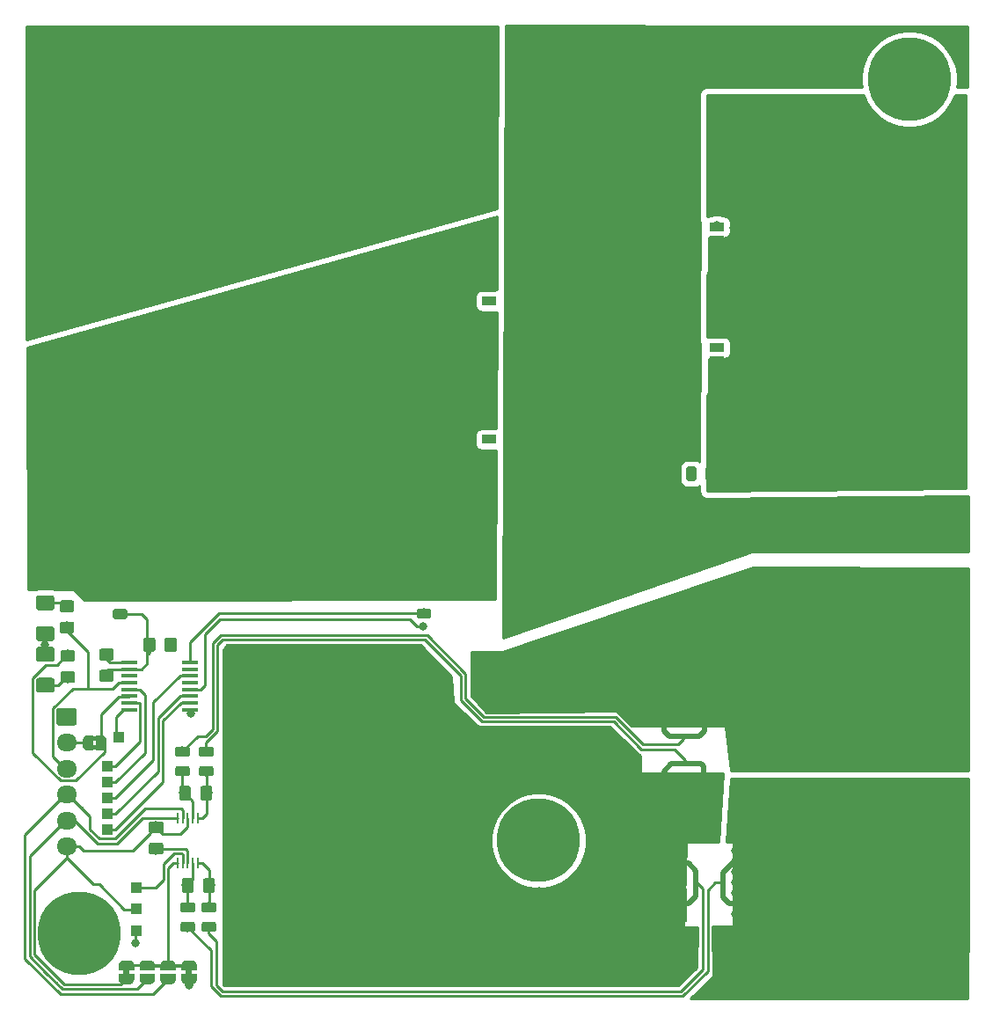
<source format=gbr>
%TF.GenerationSoftware,KiCad,Pcbnew,5.1.4*%
%TF.CreationDate,2019-11-11T17:18:17+01:00*%
%TF.ProjectId,shunt-board,7368756e-742d-4626-9f61-72642e6b6963,rev?*%
%TF.SameCoordinates,Original*%
%TF.FileFunction,Copper,L1,Top*%
%TF.FilePolarity,Positive*%
%FSLAX46Y46*%
G04 Gerber Fmt 4.6, Leading zero omitted, Abs format (unit mm)*
G04 Created by KiCad (PCBNEW 5.1.4) date 2019-11-11 17:18:17*
%MOMM*%
%LPD*%
G04 APERTURE LIST*
%ADD10C,0.100000*%
%ADD11C,1.150000*%
%ADD12R,1.000000X1.000000*%
%ADD13C,1.425000*%
%ADD14C,0.500000*%
%ADD15C,8.000000*%
%ADD16C,0.900000*%
%ADD17C,1.525000*%
%ADD18R,1.450000X0.850000*%
%ADD19R,1.050000X0.850000*%
%ADD20R,3.750000X4.700000*%
%ADD21O,1.950000X1.700000*%
%ADD22C,1.700000*%
%ADD23C,0.975000*%
%ADD24R,1.500000X0.450000*%
%ADD25C,4.000000*%
%ADD26R,0.250000X1.100000*%
%ADD27C,0.800000*%
%ADD28C,0.250000*%
%ADD29C,0.500000*%
%ADD30C,0.254000*%
G04 APERTURE END LIST*
D10*
G36*
X169993500Y-109128000D02*
G01*
X170493500Y-109128000D01*
X170493500Y-109528000D01*
X169993500Y-109528000D01*
X169993500Y-109128000D01*
G37*
G36*
X169993500Y-109928000D02*
G01*
X170493500Y-109928000D01*
X170493500Y-110328000D01*
X169993500Y-110328000D01*
X169993500Y-109928000D01*
G37*
G36*
X179618920Y-132050600D02*
G01*
X179618920Y-131550600D01*
X179018920Y-131550600D01*
X179018920Y-132050600D01*
X179618920Y-132050600D01*
G37*
G36*
X173588960Y-132050360D02*
G01*
X173588960Y-131550360D01*
X172988960Y-131550360D01*
X172988960Y-132050360D01*
X173588960Y-132050360D01*
G37*
G36*
X177895505Y-99580404D02*
G01*
X177919773Y-99584004D01*
X177943572Y-99589965D01*
X177966671Y-99598230D01*
X177988850Y-99608720D01*
X178009893Y-99621332D01*
X178029599Y-99635947D01*
X178047777Y-99652423D01*
X178064253Y-99670601D01*
X178078868Y-99690307D01*
X178091480Y-99711350D01*
X178101970Y-99733529D01*
X178110235Y-99756628D01*
X178116196Y-99780427D01*
X178119796Y-99804695D01*
X178121000Y-99829199D01*
X178121000Y-100729201D01*
X178119796Y-100753705D01*
X178116196Y-100777973D01*
X178110235Y-100801772D01*
X178101970Y-100824871D01*
X178091480Y-100847050D01*
X178078868Y-100868093D01*
X178064253Y-100887799D01*
X178047777Y-100905977D01*
X178029599Y-100922453D01*
X178009893Y-100937068D01*
X177988850Y-100949680D01*
X177966671Y-100960170D01*
X177943572Y-100968435D01*
X177919773Y-100974396D01*
X177895505Y-100977996D01*
X177871001Y-100979200D01*
X177220999Y-100979200D01*
X177196495Y-100977996D01*
X177172227Y-100974396D01*
X177148428Y-100968435D01*
X177125329Y-100960170D01*
X177103150Y-100949680D01*
X177082107Y-100937068D01*
X177062401Y-100922453D01*
X177044223Y-100905977D01*
X177027747Y-100887799D01*
X177013132Y-100868093D01*
X177000520Y-100847050D01*
X176990030Y-100824871D01*
X176981765Y-100801772D01*
X176975804Y-100777973D01*
X176972204Y-100753705D01*
X176971000Y-100729201D01*
X176971000Y-99829199D01*
X176972204Y-99804695D01*
X176975804Y-99780427D01*
X176981765Y-99756628D01*
X176990030Y-99733529D01*
X177000520Y-99711350D01*
X177013132Y-99690307D01*
X177027747Y-99670601D01*
X177044223Y-99652423D01*
X177062401Y-99635947D01*
X177082107Y-99621332D01*
X177103150Y-99608720D01*
X177125329Y-99598230D01*
X177148428Y-99589965D01*
X177172227Y-99584004D01*
X177196495Y-99580404D01*
X177220999Y-99579200D01*
X177871001Y-99579200D01*
X177895505Y-99580404D01*
X177895505Y-99580404D01*
G37*
D11*
X177546000Y-100279200D03*
D10*
G36*
X175845505Y-99580404D02*
G01*
X175869773Y-99584004D01*
X175893572Y-99589965D01*
X175916671Y-99598230D01*
X175938850Y-99608720D01*
X175959893Y-99621332D01*
X175979599Y-99635947D01*
X175997777Y-99652423D01*
X176014253Y-99670601D01*
X176028868Y-99690307D01*
X176041480Y-99711350D01*
X176051970Y-99733529D01*
X176060235Y-99756628D01*
X176066196Y-99780427D01*
X176069796Y-99804695D01*
X176071000Y-99829199D01*
X176071000Y-100729201D01*
X176069796Y-100753705D01*
X176066196Y-100777973D01*
X176060235Y-100801772D01*
X176051970Y-100824871D01*
X176041480Y-100847050D01*
X176028868Y-100868093D01*
X176014253Y-100887799D01*
X175997777Y-100905977D01*
X175979599Y-100922453D01*
X175959893Y-100937068D01*
X175938850Y-100949680D01*
X175916671Y-100960170D01*
X175893572Y-100968435D01*
X175869773Y-100974396D01*
X175845505Y-100977996D01*
X175821001Y-100979200D01*
X175170999Y-100979200D01*
X175146495Y-100977996D01*
X175122227Y-100974396D01*
X175098428Y-100968435D01*
X175075329Y-100960170D01*
X175053150Y-100949680D01*
X175032107Y-100937068D01*
X175012401Y-100922453D01*
X174994223Y-100905977D01*
X174977747Y-100887799D01*
X174963132Y-100868093D01*
X174950520Y-100847050D01*
X174940030Y-100824871D01*
X174931765Y-100801772D01*
X174925804Y-100777973D01*
X174922204Y-100753705D01*
X174921000Y-100729201D01*
X174921000Y-99829199D01*
X174922204Y-99804695D01*
X174925804Y-99780427D01*
X174931765Y-99756628D01*
X174940030Y-99733529D01*
X174950520Y-99711350D01*
X174963132Y-99690307D01*
X174977747Y-99670601D01*
X174994223Y-99652423D01*
X175012401Y-99635947D01*
X175032107Y-99621332D01*
X175053150Y-99608720D01*
X175075329Y-99598230D01*
X175098428Y-99589965D01*
X175122227Y-99584004D01*
X175146495Y-99580404D01*
X175170999Y-99579200D01*
X175821001Y-99579200D01*
X175845505Y-99580404D01*
X175845505Y-99580404D01*
G37*
D11*
X175496000Y-100279200D03*
D12*
X171450000Y-115062000D03*
X172529500Y-109220000D03*
X171450000Y-113538000D03*
D10*
G36*
X168114505Y-102813204D02*
G01*
X168138773Y-102816804D01*
X168162572Y-102822765D01*
X168185671Y-102831030D01*
X168207850Y-102841520D01*
X168228893Y-102854132D01*
X168248599Y-102868747D01*
X168266777Y-102885223D01*
X168283253Y-102903401D01*
X168297868Y-102923107D01*
X168310480Y-102944150D01*
X168320970Y-102966329D01*
X168329235Y-102989428D01*
X168335196Y-103013227D01*
X168338796Y-103037495D01*
X168340000Y-103061999D01*
X168340000Y-103712001D01*
X168338796Y-103736505D01*
X168335196Y-103760773D01*
X168329235Y-103784572D01*
X168320970Y-103807671D01*
X168310480Y-103829850D01*
X168297868Y-103850893D01*
X168283253Y-103870599D01*
X168266777Y-103888777D01*
X168248599Y-103905253D01*
X168228893Y-103919868D01*
X168207850Y-103932480D01*
X168185671Y-103942970D01*
X168162572Y-103951235D01*
X168138773Y-103957196D01*
X168114505Y-103960796D01*
X168090001Y-103962000D01*
X167189999Y-103962000D01*
X167165495Y-103960796D01*
X167141227Y-103957196D01*
X167117428Y-103951235D01*
X167094329Y-103942970D01*
X167072150Y-103932480D01*
X167051107Y-103919868D01*
X167031401Y-103905253D01*
X167013223Y-103888777D01*
X166996747Y-103870599D01*
X166982132Y-103850893D01*
X166969520Y-103829850D01*
X166959030Y-103807671D01*
X166950765Y-103784572D01*
X166944804Y-103760773D01*
X166941204Y-103736505D01*
X166940000Y-103712001D01*
X166940000Y-103061999D01*
X166941204Y-103037495D01*
X166944804Y-103013227D01*
X166950765Y-102989428D01*
X166959030Y-102966329D01*
X166969520Y-102944150D01*
X166982132Y-102923107D01*
X166996747Y-102903401D01*
X167013223Y-102885223D01*
X167031401Y-102868747D01*
X167051107Y-102854132D01*
X167072150Y-102841520D01*
X167094329Y-102831030D01*
X167117428Y-102822765D01*
X167141227Y-102816804D01*
X167165495Y-102813204D01*
X167189999Y-102812000D01*
X168090001Y-102812000D01*
X168114505Y-102813204D01*
X168114505Y-102813204D01*
G37*
D11*
X167640000Y-103387000D03*
D10*
G36*
X168114505Y-100763204D02*
G01*
X168138773Y-100766804D01*
X168162572Y-100772765D01*
X168185671Y-100781030D01*
X168207850Y-100791520D01*
X168228893Y-100804132D01*
X168248599Y-100818747D01*
X168266777Y-100835223D01*
X168283253Y-100853401D01*
X168297868Y-100873107D01*
X168310480Y-100894150D01*
X168320970Y-100916329D01*
X168329235Y-100939428D01*
X168335196Y-100963227D01*
X168338796Y-100987495D01*
X168340000Y-101011999D01*
X168340000Y-101662001D01*
X168338796Y-101686505D01*
X168335196Y-101710773D01*
X168329235Y-101734572D01*
X168320970Y-101757671D01*
X168310480Y-101779850D01*
X168297868Y-101800893D01*
X168283253Y-101820599D01*
X168266777Y-101838777D01*
X168248599Y-101855253D01*
X168228893Y-101869868D01*
X168207850Y-101882480D01*
X168185671Y-101892970D01*
X168162572Y-101901235D01*
X168138773Y-101907196D01*
X168114505Y-101910796D01*
X168090001Y-101912000D01*
X167189999Y-101912000D01*
X167165495Y-101910796D01*
X167141227Y-101907196D01*
X167117428Y-101901235D01*
X167094329Y-101892970D01*
X167072150Y-101882480D01*
X167051107Y-101869868D01*
X167031401Y-101855253D01*
X167013223Y-101838777D01*
X166996747Y-101820599D01*
X166982132Y-101800893D01*
X166969520Y-101779850D01*
X166959030Y-101757671D01*
X166950765Y-101734572D01*
X166944804Y-101710773D01*
X166941204Y-101686505D01*
X166940000Y-101662001D01*
X166940000Y-101011999D01*
X166941204Y-100987495D01*
X166944804Y-100963227D01*
X166950765Y-100939428D01*
X166959030Y-100916329D01*
X166969520Y-100894150D01*
X166982132Y-100873107D01*
X166996747Y-100853401D01*
X167013223Y-100835223D01*
X167031401Y-100818747D01*
X167051107Y-100804132D01*
X167072150Y-100791520D01*
X167094329Y-100781030D01*
X167117428Y-100772765D01*
X167141227Y-100766804D01*
X167165495Y-100763204D01*
X167189999Y-100762000D01*
X168090001Y-100762000D01*
X168114505Y-100763204D01*
X168114505Y-100763204D01*
G37*
D11*
X167640000Y-101337000D03*
D10*
G36*
X168051005Y-96000704D02*
G01*
X168075273Y-96004304D01*
X168099072Y-96010265D01*
X168122171Y-96018530D01*
X168144350Y-96029020D01*
X168165393Y-96041632D01*
X168185099Y-96056247D01*
X168203277Y-96072723D01*
X168219753Y-96090901D01*
X168234368Y-96110607D01*
X168246980Y-96131650D01*
X168257470Y-96153829D01*
X168265735Y-96176928D01*
X168271696Y-96200727D01*
X168275296Y-96224995D01*
X168276500Y-96249499D01*
X168276500Y-96899501D01*
X168275296Y-96924005D01*
X168271696Y-96948273D01*
X168265735Y-96972072D01*
X168257470Y-96995171D01*
X168246980Y-97017350D01*
X168234368Y-97038393D01*
X168219753Y-97058099D01*
X168203277Y-97076277D01*
X168185099Y-97092753D01*
X168165393Y-97107368D01*
X168144350Y-97119980D01*
X168122171Y-97130470D01*
X168099072Y-97138735D01*
X168075273Y-97144696D01*
X168051005Y-97148296D01*
X168026501Y-97149500D01*
X167126499Y-97149500D01*
X167101995Y-97148296D01*
X167077727Y-97144696D01*
X167053928Y-97138735D01*
X167030829Y-97130470D01*
X167008650Y-97119980D01*
X166987607Y-97107368D01*
X166967901Y-97092753D01*
X166949723Y-97076277D01*
X166933247Y-97058099D01*
X166918632Y-97038393D01*
X166906020Y-97017350D01*
X166895530Y-96995171D01*
X166887265Y-96972072D01*
X166881304Y-96948273D01*
X166877704Y-96924005D01*
X166876500Y-96899501D01*
X166876500Y-96249499D01*
X166877704Y-96224995D01*
X166881304Y-96200727D01*
X166887265Y-96176928D01*
X166895530Y-96153829D01*
X166906020Y-96131650D01*
X166918632Y-96110607D01*
X166933247Y-96090901D01*
X166949723Y-96072723D01*
X166967901Y-96056247D01*
X166987607Y-96041632D01*
X167008650Y-96029020D01*
X167030829Y-96018530D01*
X167053928Y-96010265D01*
X167077727Y-96004304D01*
X167101995Y-96000704D01*
X167126499Y-95999500D01*
X168026501Y-95999500D01*
X168051005Y-96000704D01*
X168051005Y-96000704D01*
G37*
D11*
X167576500Y-96574500D03*
D10*
G36*
X168051005Y-98050704D02*
G01*
X168075273Y-98054304D01*
X168099072Y-98060265D01*
X168122171Y-98068530D01*
X168144350Y-98079020D01*
X168165393Y-98091632D01*
X168185099Y-98106247D01*
X168203277Y-98122723D01*
X168219753Y-98140901D01*
X168234368Y-98160607D01*
X168246980Y-98181650D01*
X168257470Y-98203829D01*
X168265735Y-98226928D01*
X168271696Y-98250727D01*
X168275296Y-98274995D01*
X168276500Y-98299499D01*
X168276500Y-98949501D01*
X168275296Y-98974005D01*
X168271696Y-98998273D01*
X168265735Y-99022072D01*
X168257470Y-99045171D01*
X168246980Y-99067350D01*
X168234368Y-99088393D01*
X168219753Y-99108099D01*
X168203277Y-99126277D01*
X168185099Y-99142753D01*
X168165393Y-99157368D01*
X168144350Y-99169980D01*
X168122171Y-99180470D01*
X168099072Y-99188735D01*
X168075273Y-99194696D01*
X168051005Y-99198296D01*
X168026501Y-99199500D01*
X167126499Y-99199500D01*
X167101995Y-99198296D01*
X167077727Y-99194696D01*
X167053928Y-99188735D01*
X167030829Y-99180470D01*
X167008650Y-99169980D01*
X166987607Y-99157368D01*
X166967901Y-99142753D01*
X166949723Y-99126277D01*
X166933247Y-99108099D01*
X166918632Y-99088393D01*
X166906020Y-99067350D01*
X166895530Y-99045171D01*
X166887265Y-99022072D01*
X166881304Y-98998273D01*
X166877704Y-98974005D01*
X166876500Y-98949501D01*
X166876500Y-98299499D01*
X166877704Y-98274995D01*
X166881304Y-98250727D01*
X166887265Y-98226928D01*
X166895530Y-98203829D01*
X166906020Y-98181650D01*
X166918632Y-98160607D01*
X166933247Y-98140901D01*
X166949723Y-98122723D01*
X166967901Y-98106247D01*
X166987607Y-98091632D01*
X167008650Y-98079020D01*
X167030829Y-98068530D01*
X167053928Y-98060265D01*
X167077727Y-98054304D01*
X167101995Y-98050704D01*
X167126499Y-98049500D01*
X168026501Y-98049500D01*
X168051005Y-98050704D01*
X168051005Y-98050704D01*
G37*
D11*
X167576500Y-98624500D03*
D10*
G36*
X166130504Y-103455704D02*
G01*
X166154773Y-103459304D01*
X166178571Y-103465265D01*
X166201671Y-103473530D01*
X166223849Y-103484020D01*
X166244893Y-103496633D01*
X166264598Y-103511247D01*
X166282777Y-103527723D01*
X166299253Y-103545902D01*
X166313867Y-103565607D01*
X166326480Y-103586651D01*
X166336970Y-103608829D01*
X166345235Y-103631929D01*
X166351196Y-103655727D01*
X166354796Y-103679996D01*
X166356000Y-103704500D01*
X166356000Y-104629500D01*
X166354796Y-104654004D01*
X166351196Y-104678273D01*
X166345235Y-104702071D01*
X166336970Y-104725171D01*
X166326480Y-104747349D01*
X166313867Y-104768393D01*
X166299253Y-104788098D01*
X166282777Y-104806277D01*
X166264598Y-104822753D01*
X166244893Y-104837367D01*
X166223849Y-104849980D01*
X166201671Y-104860470D01*
X166178571Y-104868735D01*
X166154773Y-104874696D01*
X166130504Y-104878296D01*
X166106000Y-104879500D01*
X164856000Y-104879500D01*
X164831496Y-104878296D01*
X164807227Y-104874696D01*
X164783429Y-104868735D01*
X164760329Y-104860470D01*
X164738151Y-104849980D01*
X164717107Y-104837367D01*
X164697402Y-104822753D01*
X164679223Y-104806277D01*
X164662747Y-104788098D01*
X164648133Y-104768393D01*
X164635520Y-104747349D01*
X164625030Y-104725171D01*
X164616765Y-104702071D01*
X164610804Y-104678273D01*
X164607204Y-104654004D01*
X164606000Y-104629500D01*
X164606000Y-103704500D01*
X164607204Y-103679996D01*
X164610804Y-103655727D01*
X164616765Y-103631929D01*
X164625030Y-103608829D01*
X164635520Y-103586651D01*
X164648133Y-103565607D01*
X164662747Y-103545902D01*
X164679223Y-103527723D01*
X164697402Y-103511247D01*
X164717107Y-103496633D01*
X164738151Y-103484020D01*
X164760329Y-103473530D01*
X164783429Y-103465265D01*
X164807227Y-103459304D01*
X164831496Y-103455704D01*
X164856000Y-103454500D01*
X166106000Y-103454500D01*
X166130504Y-103455704D01*
X166130504Y-103455704D01*
G37*
D13*
X165481000Y-104167000D03*
D10*
G36*
X166130504Y-100480704D02*
G01*
X166154773Y-100484304D01*
X166178571Y-100490265D01*
X166201671Y-100498530D01*
X166223849Y-100509020D01*
X166244893Y-100521633D01*
X166264598Y-100536247D01*
X166282777Y-100552723D01*
X166299253Y-100570902D01*
X166313867Y-100590607D01*
X166326480Y-100611651D01*
X166336970Y-100633829D01*
X166345235Y-100656929D01*
X166351196Y-100680727D01*
X166354796Y-100704996D01*
X166356000Y-100729500D01*
X166356000Y-101654500D01*
X166354796Y-101679004D01*
X166351196Y-101703273D01*
X166345235Y-101727071D01*
X166336970Y-101750171D01*
X166326480Y-101772349D01*
X166313867Y-101793393D01*
X166299253Y-101813098D01*
X166282777Y-101831277D01*
X166264598Y-101847753D01*
X166244893Y-101862367D01*
X166223849Y-101874980D01*
X166201671Y-101885470D01*
X166178571Y-101893735D01*
X166154773Y-101899696D01*
X166130504Y-101903296D01*
X166106000Y-101904500D01*
X164856000Y-101904500D01*
X164831496Y-101903296D01*
X164807227Y-101899696D01*
X164783429Y-101893735D01*
X164760329Y-101885470D01*
X164738151Y-101874980D01*
X164717107Y-101862367D01*
X164697402Y-101847753D01*
X164679223Y-101831277D01*
X164662747Y-101813098D01*
X164648133Y-101793393D01*
X164635520Y-101772349D01*
X164625030Y-101750171D01*
X164616765Y-101727071D01*
X164610804Y-101703273D01*
X164607204Y-101679004D01*
X164606000Y-101654500D01*
X164606000Y-100729500D01*
X164607204Y-100704996D01*
X164610804Y-100680727D01*
X164616765Y-100656929D01*
X164625030Y-100633829D01*
X164635520Y-100611651D01*
X164648133Y-100590607D01*
X164662747Y-100570902D01*
X164679223Y-100552723D01*
X164697402Y-100536247D01*
X164717107Y-100521633D01*
X164738151Y-100509020D01*
X164760329Y-100498530D01*
X164783429Y-100490265D01*
X164807227Y-100484304D01*
X164831496Y-100480704D01*
X164856000Y-100479500D01*
X166106000Y-100479500D01*
X166130504Y-100480704D01*
X166130504Y-100480704D01*
G37*
D13*
X165481000Y-101192000D03*
D10*
G36*
X166130504Y-95527704D02*
G01*
X166154773Y-95531304D01*
X166178571Y-95537265D01*
X166201671Y-95545530D01*
X166223849Y-95556020D01*
X166244893Y-95568633D01*
X166264598Y-95583247D01*
X166282777Y-95599723D01*
X166299253Y-95617902D01*
X166313867Y-95637607D01*
X166326480Y-95658651D01*
X166336970Y-95680829D01*
X166345235Y-95703929D01*
X166351196Y-95727727D01*
X166354796Y-95751996D01*
X166356000Y-95776500D01*
X166356000Y-96701500D01*
X166354796Y-96726004D01*
X166351196Y-96750273D01*
X166345235Y-96774071D01*
X166336970Y-96797171D01*
X166326480Y-96819349D01*
X166313867Y-96840393D01*
X166299253Y-96860098D01*
X166282777Y-96878277D01*
X166264598Y-96894753D01*
X166244893Y-96909367D01*
X166223849Y-96921980D01*
X166201671Y-96932470D01*
X166178571Y-96940735D01*
X166154773Y-96946696D01*
X166130504Y-96950296D01*
X166106000Y-96951500D01*
X164856000Y-96951500D01*
X164831496Y-96950296D01*
X164807227Y-96946696D01*
X164783429Y-96940735D01*
X164760329Y-96932470D01*
X164738151Y-96921980D01*
X164717107Y-96909367D01*
X164697402Y-96894753D01*
X164679223Y-96878277D01*
X164662747Y-96860098D01*
X164648133Y-96840393D01*
X164635520Y-96819349D01*
X164625030Y-96797171D01*
X164616765Y-96774071D01*
X164610804Y-96750273D01*
X164607204Y-96726004D01*
X164606000Y-96701500D01*
X164606000Y-95776500D01*
X164607204Y-95751996D01*
X164610804Y-95727727D01*
X164616765Y-95703929D01*
X164625030Y-95680829D01*
X164635520Y-95658651D01*
X164648133Y-95637607D01*
X164662747Y-95617902D01*
X164679223Y-95599723D01*
X164697402Y-95583247D01*
X164717107Y-95568633D01*
X164738151Y-95556020D01*
X164760329Y-95545530D01*
X164783429Y-95537265D01*
X164807227Y-95531304D01*
X164831496Y-95527704D01*
X164856000Y-95526500D01*
X166106000Y-95526500D01*
X166130504Y-95527704D01*
X166130504Y-95527704D01*
G37*
D13*
X165481000Y-96239000D03*
D10*
G36*
X166130504Y-98502704D02*
G01*
X166154773Y-98506304D01*
X166178571Y-98512265D01*
X166201671Y-98520530D01*
X166223849Y-98531020D01*
X166244893Y-98543633D01*
X166264598Y-98558247D01*
X166282777Y-98574723D01*
X166299253Y-98592902D01*
X166313867Y-98612607D01*
X166326480Y-98633651D01*
X166336970Y-98655829D01*
X166345235Y-98678929D01*
X166351196Y-98702727D01*
X166354796Y-98726996D01*
X166356000Y-98751500D01*
X166356000Y-99676500D01*
X166354796Y-99701004D01*
X166351196Y-99725273D01*
X166345235Y-99749071D01*
X166336970Y-99772171D01*
X166326480Y-99794349D01*
X166313867Y-99815393D01*
X166299253Y-99835098D01*
X166282777Y-99853277D01*
X166264598Y-99869753D01*
X166244893Y-99884367D01*
X166223849Y-99896980D01*
X166201671Y-99907470D01*
X166178571Y-99915735D01*
X166154773Y-99921696D01*
X166130504Y-99925296D01*
X166106000Y-99926500D01*
X164856000Y-99926500D01*
X164831496Y-99925296D01*
X164807227Y-99921696D01*
X164783429Y-99915735D01*
X164760329Y-99907470D01*
X164738151Y-99896980D01*
X164717107Y-99884367D01*
X164697402Y-99869753D01*
X164679223Y-99853277D01*
X164662747Y-99835098D01*
X164648133Y-99815393D01*
X164635520Y-99794349D01*
X164625030Y-99772171D01*
X164616765Y-99749071D01*
X164610804Y-99725273D01*
X164607204Y-99701004D01*
X164606000Y-99676500D01*
X164606000Y-98751500D01*
X164607204Y-98726996D01*
X164610804Y-98702727D01*
X164616765Y-98678929D01*
X164625030Y-98655829D01*
X164635520Y-98633651D01*
X164648133Y-98612607D01*
X164662747Y-98592902D01*
X164679223Y-98574723D01*
X164697402Y-98558247D01*
X164717107Y-98543633D01*
X164738151Y-98531020D01*
X164760329Y-98520530D01*
X164783429Y-98512265D01*
X164807227Y-98506304D01*
X164831496Y-98502704D01*
X164856000Y-98501500D01*
X166106000Y-98501500D01*
X166130504Y-98502704D01*
X166130504Y-98502704D01*
G37*
D13*
X165481000Y-99214000D03*
D14*
X169593500Y-109728000D03*
D10*
G36*
X170093500Y-110478000D02*
G01*
X169593500Y-110478000D01*
X169593500Y-110477398D01*
X169568966Y-110477398D01*
X169520135Y-110472588D01*
X169472010Y-110463016D01*
X169425055Y-110448772D01*
X169379722Y-110429995D01*
X169336449Y-110406864D01*
X169295650Y-110379604D01*
X169257721Y-110348476D01*
X169223024Y-110313779D01*
X169191896Y-110275850D01*
X169164636Y-110235051D01*
X169141505Y-110191778D01*
X169122728Y-110146445D01*
X169108484Y-110099490D01*
X169098912Y-110051365D01*
X169094102Y-110002534D01*
X169094102Y-109978000D01*
X169093500Y-109978000D01*
X169093500Y-109478000D01*
X169094102Y-109478000D01*
X169094102Y-109453466D01*
X169098912Y-109404635D01*
X169108484Y-109356510D01*
X169122728Y-109309555D01*
X169141505Y-109264222D01*
X169164636Y-109220949D01*
X169191896Y-109180150D01*
X169223024Y-109142221D01*
X169257721Y-109107524D01*
X169295650Y-109076396D01*
X169336449Y-109049136D01*
X169379722Y-109026005D01*
X169425055Y-109007228D01*
X169472010Y-108992984D01*
X169520135Y-108983412D01*
X169568966Y-108978602D01*
X169593500Y-108978602D01*
X169593500Y-108978000D01*
X170093500Y-108978000D01*
X170093500Y-110478000D01*
X170093500Y-110478000D01*
G37*
D14*
X170893500Y-109728000D03*
D10*
G36*
X170893500Y-108978602D02*
G01*
X170918034Y-108978602D01*
X170966865Y-108983412D01*
X171014990Y-108992984D01*
X171061945Y-109007228D01*
X171107278Y-109026005D01*
X171150551Y-109049136D01*
X171191350Y-109076396D01*
X171229279Y-109107524D01*
X171263976Y-109142221D01*
X171295104Y-109180150D01*
X171322364Y-109220949D01*
X171345495Y-109264222D01*
X171364272Y-109309555D01*
X171378516Y-109356510D01*
X171388088Y-109404635D01*
X171392898Y-109453466D01*
X171392898Y-109478000D01*
X171393500Y-109478000D01*
X171393500Y-109978000D01*
X171392898Y-109978000D01*
X171392898Y-110002534D01*
X171388088Y-110051365D01*
X171378516Y-110099490D01*
X171364272Y-110146445D01*
X171345495Y-110191778D01*
X171322364Y-110235051D01*
X171295104Y-110275850D01*
X171263976Y-110313779D01*
X171229279Y-110348476D01*
X171191350Y-110379604D01*
X171150551Y-110406864D01*
X171107278Y-110429995D01*
X171061945Y-110448772D01*
X171014990Y-110463016D01*
X170966865Y-110472588D01*
X170918034Y-110477398D01*
X170893500Y-110477398D01*
X170893500Y-110478000D01*
X170393500Y-110478000D01*
X170393500Y-108978000D01*
X170893500Y-108978000D01*
X170893500Y-108978602D01*
X170893500Y-108978602D01*
G37*
D14*
X179318920Y-131150600D03*
D10*
G36*
X178568920Y-131650600D02*
G01*
X178568920Y-131150600D01*
X178569522Y-131150600D01*
X178569522Y-131126066D01*
X178574332Y-131077235D01*
X178583904Y-131029110D01*
X178598148Y-130982155D01*
X178616925Y-130936822D01*
X178640056Y-130893549D01*
X178667316Y-130852750D01*
X178698444Y-130814821D01*
X178733141Y-130780124D01*
X178771070Y-130748996D01*
X178811869Y-130721736D01*
X178855142Y-130698605D01*
X178900475Y-130679828D01*
X178947430Y-130665584D01*
X178995555Y-130656012D01*
X179044386Y-130651202D01*
X179068920Y-130651202D01*
X179068920Y-130650600D01*
X179568920Y-130650600D01*
X179568920Y-130651202D01*
X179593454Y-130651202D01*
X179642285Y-130656012D01*
X179690410Y-130665584D01*
X179737365Y-130679828D01*
X179782698Y-130698605D01*
X179825971Y-130721736D01*
X179866770Y-130748996D01*
X179904699Y-130780124D01*
X179939396Y-130814821D01*
X179970524Y-130852750D01*
X179997784Y-130893549D01*
X180020915Y-130936822D01*
X180039692Y-130982155D01*
X180053936Y-131029110D01*
X180063508Y-131077235D01*
X180068318Y-131126066D01*
X180068318Y-131150600D01*
X180068920Y-131150600D01*
X180068920Y-131650600D01*
X178568920Y-131650600D01*
X178568920Y-131650600D01*
G37*
D14*
X179318920Y-132450600D03*
D10*
G36*
X180068318Y-132450600D02*
G01*
X180068318Y-132475134D01*
X180063508Y-132523965D01*
X180053936Y-132572090D01*
X180039692Y-132619045D01*
X180020915Y-132664378D01*
X179997784Y-132707651D01*
X179970524Y-132748450D01*
X179939396Y-132786379D01*
X179904699Y-132821076D01*
X179866770Y-132852204D01*
X179825971Y-132879464D01*
X179782698Y-132902595D01*
X179737365Y-132921372D01*
X179690410Y-132935616D01*
X179642285Y-132945188D01*
X179593454Y-132949998D01*
X179568920Y-132949998D01*
X179568920Y-132950600D01*
X179068920Y-132950600D01*
X179068920Y-132949998D01*
X179044386Y-132949998D01*
X178995555Y-132945188D01*
X178947430Y-132935616D01*
X178900475Y-132921372D01*
X178855142Y-132902595D01*
X178811869Y-132879464D01*
X178771070Y-132852204D01*
X178733141Y-132821076D01*
X178698444Y-132786379D01*
X178667316Y-132748450D01*
X178640056Y-132707651D01*
X178616925Y-132664378D01*
X178598148Y-132619045D01*
X178583904Y-132572090D01*
X178574332Y-132523965D01*
X178569522Y-132475134D01*
X178569522Y-132450600D01*
X178568920Y-132450600D01*
X178568920Y-131950600D01*
X180068920Y-131950600D01*
X180068920Y-132450600D01*
X180068318Y-132450600D01*
X180068318Y-132450600D01*
G37*
D15*
X248666000Y-45847000D03*
D16*
X251666000Y-45847000D03*
X250787320Y-47968320D03*
X248666000Y-48847000D03*
X246544680Y-47968320D03*
X245666000Y-45847000D03*
X246544680Y-43725680D03*
X248666000Y-42847000D03*
X250787320Y-43725680D03*
D15*
X212979000Y-119126000D03*
D16*
X215979000Y-119126000D03*
X215100320Y-121247320D03*
X212979000Y-122126000D03*
X210857680Y-121247320D03*
X209979000Y-119126000D03*
X210857680Y-117004680D03*
X212979000Y-116126000D03*
X215100320Y-117004680D03*
X170871720Y-125902720D03*
X168750400Y-125024040D03*
X166629080Y-125902720D03*
X165750400Y-128024040D03*
X166629080Y-130145360D03*
X168750400Y-131024040D03*
X170871720Y-130145360D03*
X171750400Y-128024040D03*
D15*
X168750400Y-128024040D03*
D16*
X177313000Y-48231640D03*
X175191680Y-47352960D03*
X173070360Y-48231640D03*
X172191680Y-50352960D03*
X173070360Y-52474280D03*
X175191680Y-53352960D03*
X177313000Y-52474280D03*
X178191680Y-50352960D03*
D15*
X175191680Y-50352960D03*
D10*
G36*
X226468105Y-106573104D02*
G01*
X226492373Y-106576704D01*
X226516172Y-106582665D01*
X226539271Y-106590930D01*
X226561450Y-106601420D01*
X226582493Y-106614032D01*
X226602199Y-106628647D01*
X226620377Y-106645123D01*
X226636853Y-106663301D01*
X226651468Y-106683007D01*
X226664080Y-106704050D01*
X226674570Y-106726229D01*
X226682835Y-106749328D01*
X226688796Y-106773127D01*
X226692396Y-106797395D01*
X226693600Y-106821899D01*
X226693600Y-107846901D01*
X226692396Y-107871405D01*
X226688796Y-107895673D01*
X226682835Y-107919472D01*
X226674570Y-107942571D01*
X226664080Y-107964750D01*
X226651468Y-107985793D01*
X226636853Y-108005499D01*
X226620377Y-108023677D01*
X226602199Y-108040153D01*
X226582493Y-108054768D01*
X226561450Y-108067380D01*
X226539271Y-108077870D01*
X226516172Y-108086135D01*
X226492373Y-108092096D01*
X226468105Y-108095696D01*
X226443601Y-108096900D01*
X223593599Y-108096900D01*
X223569095Y-108095696D01*
X223544827Y-108092096D01*
X223521028Y-108086135D01*
X223497929Y-108077870D01*
X223475750Y-108067380D01*
X223454707Y-108054768D01*
X223435001Y-108040153D01*
X223416823Y-108023677D01*
X223400347Y-108005499D01*
X223385732Y-107985793D01*
X223373120Y-107964750D01*
X223362630Y-107942571D01*
X223354365Y-107919472D01*
X223348404Y-107895673D01*
X223344804Y-107871405D01*
X223343600Y-107846901D01*
X223343600Y-106821899D01*
X223344804Y-106797395D01*
X223348404Y-106773127D01*
X223354365Y-106749328D01*
X223362630Y-106726229D01*
X223373120Y-106704050D01*
X223385732Y-106683007D01*
X223400347Y-106663301D01*
X223416823Y-106645123D01*
X223435001Y-106628647D01*
X223454707Y-106614032D01*
X223475750Y-106601420D01*
X223497929Y-106590930D01*
X223521028Y-106582665D01*
X223544827Y-106576704D01*
X223569095Y-106573104D01*
X223593599Y-106571900D01*
X226443601Y-106571900D01*
X226468105Y-106573104D01*
X226468105Y-106573104D01*
G37*
D17*
X225018600Y-107334400D03*
D10*
G36*
X226468105Y-112548104D02*
G01*
X226492373Y-112551704D01*
X226516172Y-112557665D01*
X226539271Y-112565930D01*
X226561450Y-112576420D01*
X226582493Y-112589032D01*
X226602199Y-112603647D01*
X226620377Y-112620123D01*
X226636853Y-112638301D01*
X226651468Y-112658007D01*
X226664080Y-112679050D01*
X226674570Y-112701229D01*
X226682835Y-112724328D01*
X226688796Y-112748127D01*
X226692396Y-112772395D01*
X226693600Y-112796899D01*
X226693600Y-113821901D01*
X226692396Y-113846405D01*
X226688796Y-113870673D01*
X226682835Y-113894472D01*
X226674570Y-113917571D01*
X226664080Y-113939750D01*
X226651468Y-113960793D01*
X226636853Y-113980499D01*
X226620377Y-113998677D01*
X226602199Y-114015153D01*
X226582493Y-114029768D01*
X226561450Y-114042380D01*
X226539271Y-114052870D01*
X226516172Y-114061135D01*
X226492373Y-114067096D01*
X226468105Y-114070696D01*
X226443601Y-114071900D01*
X223593599Y-114071900D01*
X223569095Y-114070696D01*
X223544827Y-114067096D01*
X223521028Y-114061135D01*
X223497929Y-114052870D01*
X223475750Y-114042380D01*
X223454707Y-114029768D01*
X223435001Y-114015153D01*
X223416823Y-113998677D01*
X223400347Y-113980499D01*
X223385732Y-113960793D01*
X223373120Y-113939750D01*
X223362630Y-113917571D01*
X223354365Y-113894472D01*
X223348404Y-113870673D01*
X223344804Y-113846405D01*
X223343600Y-113821901D01*
X223343600Y-112796899D01*
X223344804Y-112772395D01*
X223348404Y-112748127D01*
X223354365Y-112724328D01*
X223362630Y-112701229D01*
X223373120Y-112679050D01*
X223385732Y-112658007D01*
X223400347Y-112638301D01*
X223416823Y-112620123D01*
X223435001Y-112603647D01*
X223454707Y-112589032D01*
X223475750Y-112576420D01*
X223497929Y-112565930D01*
X223521028Y-112557665D01*
X223544827Y-112551704D01*
X223569095Y-112548104D01*
X223593599Y-112546900D01*
X226443601Y-112546900D01*
X226468105Y-112548104D01*
X226468105Y-112548104D01*
G37*
D17*
X225018600Y-113309400D03*
D10*
G36*
X227063905Y-123649804D02*
G01*
X227088173Y-123653404D01*
X227111972Y-123659365D01*
X227135071Y-123667630D01*
X227157250Y-123678120D01*
X227178293Y-123690732D01*
X227197999Y-123705347D01*
X227216177Y-123721823D01*
X227232653Y-123740001D01*
X227247268Y-123759707D01*
X227259880Y-123780750D01*
X227270370Y-123802929D01*
X227278635Y-123826028D01*
X227284596Y-123849827D01*
X227288196Y-123874095D01*
X227289400Y-123898599D01*
X227289400Y-126748601D01*
X227288196Y-126773105D01*
X227284596Y-126797373D01*
X227278635Y-126821172D01*
X227270370Y-126844271D01*
X227259880Y-126866450D01*
X227247268Y-126887493D01*
X227232653Y-126907199D01*
X227216177Y-126925377D01*
X227197999Y-126941853D01*
X227178293Y-126956468D01*
X227157250Y-126969080D01*
X227135071Y-126979570D01*
X227111972Y-126987835D01*
X227088173Y-126993796D01*
X227063905Y-126997396D01*
X227039401Y-126998600D01*
X226014399Y-126998600D01*
X225989895Y-126997396D01*
X225965627Y-126993796D01*
X225941828Y-126987835D01*
X225918729Y-126979570D01*
X225896550Y-126969080D01*
X225875507Y-126956468D01*
X225855801Y-126941853D01*
X225837623Y-126925377D01*
X225821147Y-126907199D01*
X225806532Y-126887493D01*
X225793920Y-126866450D01*
X225783430Y-126844271D01*
X225775165Y-126821172D01*
X225769204Y-126797373D01*
X225765604Y-126773105D01*
X225764400Y-126748601D01*
X225764400Y-123898599D01*
X225765604Y-123874095D01*
X225769204Y-123849827D01*
X225775165Y-123826028D01*
X225783430Y-123802929D01*
X225793920Y-123780750D01*
X225806532Y-123759707D01*
X225821147Y-123740001D01*
X225837623Y-123721823D01*
X225855801Y-123705347D01*
X225875507Y-123690732D01*
X225896550Y-123678120D01*
X225918729Y-123667630D01*
X225941828Y-123659365D01*
X225965627Y-123653404D01*
X225989895Y-123649804D01*
X226014399Y-123648600D01*
X227039401Y-123648600D01*
X227063905Y-123649804D01*
X227063905Y-123649804D01*
G37*
D17*
X226526900Y-125323600D03*
D10*
G36*
X233038905Y-123649804D02*
G01*
X233063173Y-123653404D01*
X233086972Y-123659365D01*
X233110071Y-123667630D01*
X233132250Y-123678120D01*
X233153293Y-123690732D01*
X233172999Y-123705347D01*
X233191177Y-123721823D01*
X233207653Y-123740001D01*
X233222268Y-123759707D01*
X233234880Y-123780750D01*
X233245370Y-123802929D01*
X233253635Y-123826028D01*
X233259596Y-123849827D01*
X233263196Y-123874095D01*
X233264400Y-123898599D01*
X233264400Y-126748601D01*
X233263196Y-126773105D01*
X233259596Y-126797373D01*
X233253635Y-126821172D01*
X233245370Y-126844271D01*
X233234880Y-126866450D01*
X233222268Y-126887493D01*
X233207653Y-126907199D01*
X233191177Y-126925377D01*
X233172999Y-126941853D01*
X233153293Y-126956468D01*
X233132250Y-126969080D01*
X233110071Y-126979570D01*
X233086972Y-126987835D01*
X233063173Y-126993796D01*
X233038905Y-126997396D01*
X233014401Y-126998600D01*
X231989399Y-126998600D01*
X231964895Y-126997396D01*
X231940627Y-126993796D01*
X231916828Y-126987835D01*
X231893729Y-126979570D01*
X231871550Y-126969080D01*
X231850507Y-126956468D01*
X231830801Y-126941853D01*
X231812623Y-126925377D01*
X231796147Y-126907199D01*
X231781532Y-126887493D01*
X231768920Y-126866450D01*
X231758430Y-126844271D01*
X231750165Y-126821172D01*
X231744204Y-126797373D01*
X231740604Y-126773105D01*
X231739400Y-126748601D01*
X231739400Y-123898599D01*
X231740604Y-123874095D01*
X231744204Y-123849827D01*
X231750165Y-123826028D01*
X231758430Y-123802929D01*
X231768920Y-123780750D01*
X231781532Y-123759707D01*
X231796147Y-123740001D01*
X231812623Y-123721823D01*
X231830801Y-123705347D01*
X231850507Y-123690732D01*
X231871550Y-123678120D01*
X231893729Y-123667630D01*
X231916828Y-123659365D01*
X231940627Y-123653404D01*
X231964895Y-123649804D01*
X231989399Y-123648600D01*
X233014401Y-123648600D01*
X233038905Y-123649804D01*
X233038905Y-123649804D01*
G37*
D17*
X232501900Y-125323600D03*
D18*
X230122000Y-75501500D03*
X230122000Y-74231500D03*
X230122000Y-72961500D03*
X230122000Y-71691500D03*
D19*
X224422000Y-71691500D03*
X224422000Y-72961500D03*
X224422000Y-74231500D03*
X224422000Y-75501500D03*
D20*
X226822000Y-73596500D03*
X226822000Y-61976000D03*
D19*
X224422000Y-63881000D03*
X224422000Y-62611000D03*
X224422000Y-61341000D03*
X224422000Y-60071000D03*
D18*
X230122000Y-60071000D03*
X230122000Y-61341000D03*
X230122000Y-62611000D03*
X230122000Y-63881000D03*
X208218500Y-76708000D03*
X208218500Y-77978000D03*
X208218500Y-79248000D03*
X208218500Y-80518000D03*
D19*
X213918500Y-80518000D03*
X213918500Y-79248000D03*
X213918500Y-77978000D03*
X213918500Y-76708000D03*
D20*
X211518500Y-78613000D03*
X211518500Y-65278000D03*
D19*
X213918500Y-63373000D03*
X213918500Y-64643000D03*
X213918500Y-65913000D03*
X213918500Y-67183000D03*
D18*
X208218500Y-67183000D03*
X208218500Y-65913000D03*
X208218500Y-64643000D03*
X208218500Y-63373000D03*
D12*
X174205900Y-123654820D03*
D21*
X167538400Y-119693080D03*
X167538400Y-117193080D03*
X167538400Y-114693080D03*
X167538400Y-112193080D03*
X167538400Y-109693080D03*
D10*
G36*
X168287904Y-106344284D02*
G01*
X168312173Y-106347884D01*
X168335971Y-106353845D01*
X168359071Y-106362110D01*
X168381249Y-106372600D01*
X168402293Y-106385213D01*
X168421998Y-106399827D01*
X168440177Y-106416303D01*
X168456653Y-106434482D01*
X168471267Y-106454187D01*
X168483880Y-106475231D01*
X168494370Y-106497409D01*
X168502635Y-106520509D01*
X168508596Y-106544307D01*
X168512196Y-106568576D01*
X168513400Y-106593080D01*
X168513400Y-107793080D01*
X168512196Y-107817584D01*
X168508596Y-107841853D01*
X168502635Y-107865651D01*
X168494370Y-107888751D01*
X168483880Y-107910929D01*
X168471267Y-107931973D01*
X168456653Y-107951678D01*
X168440177Y-107969857D01*
X168421998Y-107986333D01*
X168402293Y-108000947D01*
X168381249Y-108013560D01*
X168359071Y-108024050D01*
X168335971Y-108032315D01*
X168312173Y-108038276D01*
X168287904Y-108041876D01*
X168263400Y-108043080D01*
X166813400Y-108043080D01*
X166788896Y-108041876D01*
X166764627Y-108038276D01*
X166740829Y-108032315D01*
X166717729Y-108024050D01*
X166695551Y-108013560D01*
X166674507Y-108000947D01*
X166654802Y-107986333D01*
X166636623Y-107969857D01*
X166620147Y-107951678D01*
X166605533Y-107931973D01*
X166592920Y-107910929D01*
X166582430Y-107888751D01*
X166574165Y-107865651D01*
X166568204Y-107841853D01*
X166564604Y-107817584D01*
X166563400Y-107793080D01*
X166563400Y-106593080D01*
X166564604Y-106568576D01*
X166568204Y-106544307D01*
X166574165Y-106520509D01*
X166582430Y-106497409D01*
X166592920Y-106475231D01*
X166605533Y-106454187D01*
X166620147Y-106434482D01*
X166636623Y-106416303D01*
X166654802Y-106399827D01*
X166674507Y-106385213D01*
X166695551Y-106372600D01*
X166717729Y-106362110D01*
X166740829Y-106353845D01*
X166764627Y-106347884D01*
X166788896Y-106344284D01*
X166813400Y-106343080D01*
X168263400Y-106343080D01*
X168287904Y-106344284D01*
X168287904Y-106344284D01*
G37*
D22*
X167538400Y-107193080D03*
D10*
G36*
X229805142Y-83121174D02*
G01*
X229828803Y-83124684D01*
X229852007Y-83130496D01*
X229874529Y-83138554D01*
X229896153Y-83148782D01*
X229916670Y-83161079D01*
X229935883Y-83175329D01*
X229953607Y-83191393D01*
X229969671Y-83209117D01*
X229983921Y-83228330D01*
X229996218Y-83248847D01*
X230006446Y-83270471D01*
X230014504Y-83292993D01*
X230020316Y-83316197D01*
X230023826Y-83339858D01*
X230025000Y-83363750D01*
X230025000Y-84276250D01*
X230023826Y-84300142D01*
X230020316Y-84323803D01*
X230014504Y-84347007D01*
X230006446Y-84369529D01*
X229996218Y-84391153D01*
X229983921Y-84411670D01*
X229969671Y-84430883D01*
X229953607Y-84448607D01*
X229935883Y-84464671D01*
X229916670Y-84478921D01*
X229896153Y-84491218D01*
X229874529Y-84501446D01*
X229852007Y-84509504D01*
X229828803Y-84515316D01*
X229805142Y-84518826D01*
X229781250Y-84520000D01*
X229293750Y-84520000D01*
X229269858Y-84518826D01*
X229246197Y-84515316D01*
X229222993Y-84509504D01*
X229200471Y-84501446D01*
X229178847Y-84491218D01*
X229158330Y-84478921D01*
X229139117Y-84464671D01*
X229121393Y-84448607D01*
X229105329Y-84430883D01*
X229091079Y-84411670D01*
X229078782Y-84391153D01*
X229068554Y-84369529D01*
X229060496Y-84347007D01*
X229054684Y-84323803D01*
X229051174Y-84300142D01*
X229050000Y-84276250D01*
X229050000Y-83363750D01*
X229051174Y-83339858D01*
X229054684Y-83316197D01*
X229060496Y-83292993D01*
X229068554Y-83270471D01*
X229078782Y-83248847D01*
X229091079Y-83228330D01*
X229105329Y-83209117D01*
X229121393Y-83191393D01*
X229139117Y-83175329D01*
X229158330Y-83161079D01*
X229178847Y-83148782D01*
X229200471Y-83138554D01*
X229222993Y-83130496D01*
X229246197Y-83124684D01*
X229269858Y-83121174D01*
X229293750Y-83120000D01*
X229781250Y-83120000D01*
X229805142Y-83121174D01*
X229805142Y-83121174D01*
G37*
D23*
X229537500Y-83820000D03*
D10*
G36*
X227930142Y-83121174D02*
G01*
X227953803Y-83124684D01*
X227977007Y-83130496D01*
X227999529Y-83138554D01*
X228021153Y-83148782D01*
X228041670Y-83161079D01*
X228060883Y-83175329D01*
X228078607Y-83191393D01*
X228094671Y-83209117D01*
X228108921Y-83228330D01*
X228121218Y-83248847D01*
X228131446Y-83270471D01*
X228139504Y-83292993D01*
X228145316Y-83316197D01*
X228148826Y-83339858D01*
X228150000Y-83363750D01*
X228150000Y-84276250D01*
X228148826Y-84300142D01*
X228145316Y-84323803D01*
X228139504Y-84347007D01*
X228131446Y-84369529D01*
X228121218Y-84391153D01*
X228108921Y-84411670D01*
X228094671Y-84430883D01*
X228078607Y-84448607D01*
X228060883Y-84464671D01*
X228041670Y-84478921D01*
X228021153Y-84491218D01*
X227999529Y-84501446D01*
X227977007Y-84509504D01*
X227953803Y-84515316D01*
X227930142Y-84518826D01*
X227906250Y-84520000D01*
X227418750Y-84520000D01*
X227394858Y-84518826D01*
X227371197Y-84515316D01*
X227347993Y-84509504D01*
X227325471Y-84501446D01*
X227303847Y-84491218D01*
X227283330Y-84478921D01*
X227264117Y-84464671D01*
X227246393Y-84448607D01*
X227230329Y-84430883D01*
X227216079Y-84411670D01*
X227203782Y-84391153D01*
X227193554Y-84369529D01*
X227185496Y-84347007D01*
X227179684Y-84323803D01*
X227176174Y-84300142D01*
X227175000Y-84276250D01*
X227175000Y-83363750D01*
X227176174Y-83339858D01*
X227179684Y-83316197D01*
X227185496Y-83292993D01*
X227193554Y-83270471D01*
X227203782Y-83248847D01*
X227216079Y-83228330D01*
X227230329Y-83209117D01*
X227246393Y-83191393D01*
X227264117Y-83175329D01*
X227283330Y-83161079D01*
X227303847Y-83148782D01*
X227325471Y-83138554D01*
X227347993Y-83130496D01*
X227371197Y-83124684D01*
X227394858Y-83121174D01*
X227418750Y-83120000D01*
X227906250Y-83120000D01*
X227930142Y-83121174D01*
X227930142Y-83121174D01*
G37*
D23*
X227662500Y-83820000D03*
D10*
G36*
X202410142Y-94920674D02*
G01*
X202433803Y-94924184D01*
X202457007Y-94929996D01*
X202479529Y-94938054D01*
X202501153Y-94948282D01*
X202521670Y-94960579D01*
X202540883Y-94974829D01*
X202558607Y-94990893D01*
X202574671Y-95008617D01*
X202588921Y-95027830D01*
X202601218Y-95048347D01*
X202611446Y-95069971D01*
X202619504Y-95092493D01*
X202625316Y-95115697D01*
X202628826Y-95139358D01*
X202630000Y-95163250D01*
X202630000Y-95650750D01*
X202628826Y-95674642D01*
X202625316Y-95698303D01*
X202619504Y-95721507D01*
X202611446Y-95744029D01*
X202601218Y-95765653D01*
X202588921Y-95786170D01*
X202574671Y-95805383D01*
X202558607Y-95823107D01*
X202540883Y-95839171D01*
X202521670Y-95853421D01*
X202501153Y-95865718D01*
X202479529Y-95875946D01*
X202457007Y-95884004D01*
X202433803Y-95889816D01*
X202410142Y-95893326D01*
X202386250Y-95894500D01*
X201473750Y-95894500D01*
X201449858Y-95893326D01*
X201426197Y-95889816D01*
X201402993Y-95884004D01*
X201380471Y-95875946D01*
X201358847Y-95865718D01*
X201338330Y-95853421D01*
X201319117Y-95839171D01*
X201301393Y-95823107D01*
X201285329Y-95805383D01*
X201271079Y-95786170D01*
X201258782Y-95765653D01*
X201248554Y-95744029D01*
X201240496Y-95721507D01*
X201234684Y-95698303D01*
X201231174Y-95674642D01*
X201230000Y-95650750D01*
X201230000Y-95163250D01*
X201231174Y-95139358D01*
X201234684Y-95115697D01*
X201240496Y-95092493D01*
X201248554Y-95069971D01*
X201258782Y-95048347D01*
X201271079Y-95027830D01*
X201285329Y-95008617D01*
X201301393Y-94990893D01*
X201319117Y-94974829D01*
X201338330Y-94960579D01*
X201358847Y-94948282D01*
X201380471Y-94938054D01*
X201402993Y-94929996D01*
X201426197Y-94924184D01*
X201449858Y-94920674D01*
X201473750Y-94919500D01*
X202386250Y-94919500D01*
X202410142Y-94920674D01*
X202410142Y-94920674D01*
G37*
D23*
X201930000Y-95407000D03*
D10*
G36*
X202410142Y-96795674D02*
G01*
X202433803Y-96799184D01*
X202457007Y-96804996D01*
X202479529Y-96813054D01*
X202501153Y-96823282D01*
X202521670Y-96835579D01*
X202540883Y-96849829D01*
X202558607Y-96865893D01*
X202574671Y-96883617D01*
X202588921Y-96902830D01*
X202601218Y-96923347D01*
X202611446Y-96944971D01*
X202619504Y-96967493D01*
X202625316Y-96990697D01*
X202628826Y-97014358D01*
X202630000Y-97038250D01*
X202630000Y-97525750D01*
X202628826Y-97549642D01*
X202625316Y-97573303D01*
X202619504Y-97596507D01*
X202611446Y-97619029D01*
X202601218Y-97640653D01*
X202588921Y-97661170D01*
X202574671Y-97680383D01*
X202558607Y-97698107D01*
X202540883Y-97714171D01*
X202521670Y-97728421D01*
X202501153Y-97740718D01*
X202479529Y-97750946D01*
X202457007Y-97759004D01*
X202433803Y-97764816D01*
X202410142Y-97768326D01*
X202386250Y-97769500D01*
X201473750Y-97769500D01*
X201449858Y-97768326D01*
X201426197Y-97764816D01*
X201402993Y-97759004D01*
X201380471Y-97750946D01*
X201358847Y-97740718D01*
X201338330Y-97728421D01*
X201319117Y-97714171D01*
X201301393Y-97698107D01*
X201285329Y-97680383D01*
X201271079Y-97661170D01*
X201258782Y-97640653D01*
X201248554Y-97619029D01*
X201240496Y-97596507D01*
X201234684Y-97573303D01*
X201231174Y-97549642D01*
X201230000Y-97525750D01*
X201230000Y-97038250D01*
X201231174Y-97014358D01*
X201234684Y-96990697D01*
X201240496Y-96967493D01*
X201248554Y-96944971D01*
X201258782Y-96923347D01*
X201271079Y-96902830D01*
X201285329Y-96883617D01*
X201301393Y-96865893D01*
X201319117Y-96849829D01*
X201338330Y-96835579D01*
X201358847Y-96823282D01*
X201380471Y-96813054D01*
X201402993Y-96804996D01*
X201426197Y-96799184D01*
X201449858Y-96795674D01*
X201473750Y-96794500D01*
X202386250Y-96794500D01*
X202410142Y-96795674D01*
X202410142Y-96795674D01*
G37*
D23*
X201930000Y-97282000D03*
D24*
X179444440Y-101966600D03*
X179444440Y-102616600D03*
X179444440Y-103266600D03*
X179444440Y-103916600D03*
X179444440Y-104566600D03*
X179444440Y-105216600D03*
X179444440Y-105866600D03*
X179444440Y-106516600D03*
X173544440Y-106516600D03*
X173544440Y-105866600D03*
X173544440Y-105216600D03*
X173544440Y-104566600D03*
X173544440Y-103916600D03*
X173544440Y-103266600D03*
X173544440Y-102616600D03*
X173544440Y-101966600D03*
D25*
X201805680Y-86878960D03*
X189205680Y-86878960D03*
X195505680Y-86878960D03*
X189205680Y-73878960D03*
X195505680Y-73878960D03*
X201805680Y-73878960D03*
X201833680Y-56878960D03*
X201833680Y-43878960D03*
X195533680Y-43878960D03*
X189233680Y-43878960D03*
X195533680Y-56878960D03*
X189233680Y-56878960D03*
X168993680Y-56798960D03*
X175293680Y-56798960D03*
X181593680Y-56798960D03*
X175293680Y-43798960D03*
X181593680Y-43798960D03*
X168993680Y-43798960D03*
D14*
X173288960Y-131150360D03*
D10*
G36*
X172538960Y-131650360D02*
G01*
X172538960Y-131150360D01*
X172539562Y-131150360D01*
X172539562Y-131125826D01*
X172544372Y-131076995D01*
X172553944Y-131028870D01*
X172568188Y-130981915D01*
X172586965Y-130936582D01*
X172610096Y-130893309D01*
X172637356Y-130852510D01*
X172668484Y-130814581D01*
X172703181Y-130779884D01*
X172741110Y-130748756D01*
X172781909Y-130721496D01*
X172825182Y-130698365D01*
X172870515Y-130679588D01*
X172917470Y-130665344D01*
X172965595Y-130655772D01*
X173014426Y-130650962D01*
X173038960Y-130650962D01*
X173038960Y-130650360D01*
X173538960Y-130650360D01*
X173538960Y-130650962D01*
X173563494Y-130650962D01*
X173612325Y-130655772D01*
X173660450Y-130665344D01*
X173707405Y-130679588D01*
X173752738Y-130698365D01*
X173796011Y-130721496D01*
X173836810Y-130748756D01*
X173874739Y-130779884D01*
X173909436Y-130814581D01*
X173940564Y-130852510D01*
X173967824Y-130893309D01*
X173990955Y-130936582D01*
X174009732Y-130981915D01*
X174023976Y-131028870D01*
X174033548Y-131076995D01*
X174038358Y-131125826D01*
X174038358Y-131150360D01*
X174038960Y-131150360D01*
X174038960Y-131650360D01*
X172538960Y-131650360D01*
X172538960Y-131650360D01*
G37*
D14*
X173288960Y-132450360D03*
D10*
G36*
X174038358Y-132450360D02*
G01*
X174038358Y-132474894D01*
X174033548Y-132523725D01*
X174023976Y-132571850D01*
X174009732Y-132618805D01*
X173990955Y-132664138D01*
X173967824Y-132707411D01*
X173940564Y-132748210D01*
X173909436Y-132786139D01*
X173874739Y-132820836D01*
X173836810Y-132851964D01*
X173796011Y-132879224D01*
X173752738Y-132902355D01*
X173707405Y-132921132D01*
X173660450Y-132935376D01*
X173612325Y-132944948D01*
X173563494Y-132949758D01*
X173538960Y-132949758D01*
X173538960Y-132950360D01*
X173038960Y-132950360D01*
X173038960Y-132949758D01*
X173014426Y-132949758D01*
X172965595Y-132944948D01*
X172917470Y-132935376D01*
X172870515Y-132921132D01*
X172825182Y-132902355D01*
X172781909Y-132879224D01*
X172741110Y-132851964D01*
X172703181Y-132820836D01*
X172668484Y-132786139D01*
X172637356Y-132748210D01*
X172610096Y-132707411D01*
X172586965Y-132664138D01*
X172568188Y-132618805D01*
X172553944Y-132571850D01*
X172544372Y-132523725D01*
X172539562Y-132474894D01*
X172539562Y-132450360D01*
X172538960Y-132450360D01*
X172538960Y-131950360D01*
X174038960Y-131950360D01*
X174038960Y-132450360D01*
X174038358Y-132450360D01*
X174038358Y-132450360D01*
G37*
D14*
X175300640Y-132445520D03*
D10*
G36*
X176050038Y-132445520D02*
G01*
X176050038Y-132470054D01*
X176045228Y-132518885D01*
X176035656Y-132567010D01*
X176021412Y-132613965D01*
X176002635Y-132659298D01*
X175979504Y-132702571D01*
X175952244Y-132743370D01*
X175921116Y-132781299D01*
X175886419Y-132815996D01*
X175848490Y-132847124D01*
X175807691Y-132874384D01*
X175764418Y-132897515D01*
X175719085Y-132916292D01*
X175672130Y-132930536D01*
X175624005Y-132940108D01*
X175575174Y-132944918D01*
X175550640Y-132944918D01*
X175550640Y-132945520D01*
X175050640Y-132945520D01*
X175050640Y-132944918D01*
X175026106Y-132944918D01*
X174977275Y-132940108D01*
X174929150Y-132930536D01*
X174882195Y-132916292D01*
X174836862Y-132897515D01*
X174793589Y-132874384D01*
X174752790Y-132847124D01*
X174714861Y-132815996D01*
X174680164Y-132781299D01*
X174649036Y-132743370D01*
X174621776Y-132702571D01*
X174598645Y-132659298D01*
X174579868Y-132613965D01*
X174565624Y-132567010D01*
X174556052Y-132518885D01*
X174551242Y-132470054D01*
X174551242Y-132445520D01*
X174550640Y-132445520D01*
X174550640Y-131945520D01*
X176050640Y-131945520D01*
X176050640Y-132445520D01*
X176050038Y-132445520D01*
X176050038Y-132445520D01*
G37*
D14*
X175300640Y-131145520D03*
D10*
G36*
X174550640Y-131645520D02*
G01*
X174550640Y-131145520D01*
X174551242Y-131145520D01*
X174551242Y-131120986D01*
X174556052Y-131072155D01*
X174565624Y-131024030D01*
X174579868Y-130977075D01*
X174598645Y-130931742D01*
X174621776Y-130888469D01*
X174649036Y-130847670D01*
X174680164Y-130809741D01*
X174714861Y-130775044D01*
X174752790Y-130743916D01*
X174793589Y-130716656D01*
X174836862Y-130693525D01*
X174882195Y-130674748D01*
X174929150Y-130660504D01*
X174977275Y-130650932D01*
X175026106Y-130646122D01*
X175050640Y-130646122D01*
X175050640Y-130645520D01*
X175550640Y-130645520D01*
X175550640Y-130646122D01*
X175575174Y-130646122D01*
X175624005Y-130650932D01*
X175672130Y-130660504D01*
X175719085Y-130674748D01*
X175764418Y-130693525D01*
X175807691Y-130716656D01*
X175848490Y-130743916D01*
X175886419Y-130775044D01*
X175921116Y-130809741D01*
X175952244Y-130847670D01*
X175979504Y-130888469D01*
X176002635Y-130931742D01*
X176021412Y-130977075D01*
X176035656Y-131024030D01*
X176045228Y-131072155D01*
X176050038Y-131120986D01*
X176050038Y-131145520D01*
X176050640Y-131145520D01*
X176050640Y-131645520D01*
X174550640Y-131645520D01*
X174550640Y-131645520D01*
G37*
D14*
X177302160Y-132450600D03*
D10*
G36*
X178051558Y-132450600D02*
G01*
X178051558Y-132475134D01*
X178046748Y-132523965D01*
X178037176Y-132572090D01*
X178022932Y-132619045D01*
X178004155Y-132664378D01*
X177981024Y-132707651D01*
X177953764Y-132748450D01*
X177922636Y-132786379D01*
X177887939Y-132821076D01*
X177850010Y-132852204D01*
X177809211Y-132879464D01*
X177765938Y-132902595D01*
X177720605Y-132921372D01*
X177673650Y-132935616D01*
X177625525Y-132945188D01*
X177576694Y-132949998D01*
X177552160Y-132949998D01*
X177552160Y-132950600D01*
X177052160Y-132950600D01*
X177052160Y-132949998D01*
X177027626Y-132949998D01*
X176978795Y-132945188D01*
X176930670Y-132935616D01*
X176883715Y-132921372D01*
X176838382Y-132902595D01*
X176795109Y-132879464D01*
X176754310Y-132852204D01*
X176716381Y-132821076D01*
X176681684Y-132786379D01*
X176650556Y-132748450D01*
X176623296Y-132707651D01*
X176600165Y-132664378D01*
X176581388Y-132619045D01*
X176567144Y-132572090D01*
X176557572Y-132523965D01*
X176552762Y-132475134D01*
X176552762Y-132450600D01*
X176552160Y-132450600D01*
X176552160Y-131950600D01*
X178052160Y-131950600D01*
X178052160Y-132450600D01*
X178051558Y-132450600D01*
X178051558Y-132450600D01*
G37*
D14*
X177302160Y-131150600D03*
D10*
G36*
X176552160Y-131650600D02*
G01*
X176552160Y-131150600D01*
X176552762Y-131150600D01*
X176552762Y-131126066D01*
X176557572Y-131077235D01*
X176567144Y-131029110D01*
X176581388Y-130982155D01*
X176600165Y-130936822D01*
X176623296Y-130893549D01*
X176650556Y-130852750D01*
X176681684Y-130814821D01*
X176716381Y-130780124D01*
X176754310Y-130748996D01*
X176795109Y-130721736D01*
X176838382Y-130698605D01*
X176883715Y-130679828D01*
X176930670Y-130665584D01*
X176978795Y-130656012D01*
X177027626Y-130651202D01*
X177052160Y-130651202D01*
X177052160Y-130650600D01*
X177552160Y-130650600D01*
X177552160Y-130651202D01*
X177576694Y-130651202D01*
X177625525Y-130656012D01*
X177673650Y-130665584D01*
X177720605Y-130679828D01*
X177765938Y-130698605D01*
X177809211Y-130721736D01*
X177850010Y-130748996D01*
X177887939Y-130780124D01*
X177922636Y-130814821D01*
X177953764Y-130852750D01*
X177981024Y-130893549D01*
X178004155Y-130936822D01*
X178022932Y-130982155D01*
X178037176Y-131029110D01*
X178046748Y-131077235D01*
X178051558Y-131126066D01*
X178051558Y-131150600D01*
X178052160Y-131150600D01*
X178052160Y-131650600D01*
X176552160Y-131650600D01*
X176552160Y-131650600D01*
G37*
D25*
X235839000Y-73833000D03*
X242139000Y-73833000D03*
X248439000Y-73833000D03*
X242139000Y-60833000D03*
X248439000Y-60833000D03*
X235839000Y-60833000D03*
D10*
G36*
X227054205Y-119636604D02*
G01*
X227078473Y-119640204D01*
X227102272Y-119646165D01*
X227125371Y-119654430D01*
X227147550Y-119664920D01*
X227168593Y-119677532D01*
X227188299Y-119692147D01*
X227206477Y-119708623D01*
X227222953Y-119726801D01*
X227237568Y-119746507D01*
X227250180Y-119767550D01*
X227260670Y-119789729D01*
X227268935Y-119812828D01*
X227274896Y-119836627D01*
X227278496Y-119860895D01*
X227279700Y-119885399D01*
X227279700Y-122735401D01*
X227278496Y-122759905D01*
X227274896Y-122784173D01*
X227268935Y-122807972D01*
X227260670Y-122831071D01*
X227250180Y-122853250D01*
X227237568Y-122874293D01*
X227222953Y-122893999D01*
X227206477Y-122912177D01*
X227188299Y-122928653D01*
X227168593Y-122943268D01*
X227147550Y-122955880D01*
X227125371Y-122966370D01*
X227102272Y-122974635D01*
X227078473Y-122980596D01*
X227054205Y-122984196D01*
X227029701Y-122985400D01*
X226004699Y-122985400D01*
X225980195Y-122984196D01*
X225955927Y-122980596D01*
X225932128Y-122974635D01*
X225909029Y-122966370D01*
X225886850Y-122955880D01*
X225865807Y-122943268D01*
X225846101Y-122928653D01*
X225827923Y-122912177D01*
X225811447Y-122893999D01*
X225796832Y-122874293D01*
X225784220Y-122853250D01*
X225773730Y-122831071D01*
X225765465Y-122807972D01*
X225759504Y-122784173D01*
X225755904Y-122759905D01*
X225754700Y-122735401D01*
X225754700Y-119885399D01*
X225755904Y-119860895D01*
X225759504Y-119836627D01*
X225765465Y-119812828D01*
X225773730Y-119789729D01*
X225784220Y-119767550D01*
X225796832Y-119746507D01*
X225811447Y-119726801D01*
X225827923Y-119708623D01*
X225846101Y-119692147D01*
X225865807Y-119677532D01*
X225886850Y-119664920D01*
X225909029Y-119654430D01*
X225932128Y-119646165D01*
X225955927Y-119640204D01*
X225980195Y-119636604D01*
X226004699Y-119635400D01*
X227029701Y-119635400D01*
X227054205Y-119636604D01*
X227054205Y-119636604D01*
G37*
D17*
X226517200Y-121310400D03*
D10*
G36*
X233029205Y-119636604D02*
G01*
X233053473Y-119640204D01*
X233077272Y-119646165D01*
X233100371Y-119654430D01*
X233122550Y-119664920D01*
X233143593Y-119677532D01*
X233163299Y-119692147D01*
X233181477Y-119708623D01*
X233197953Y-119726801D01*
X233212568Y-119746507D01*
X233225180Y-119767550D01*
X233235670Y-119789729D01*
X233243935Y-119812828D01*
X233249896Y-119836627D01*
X233253496Y-119860895D01*
X233254700Y-119885399D01*
X233254700Y-122735401D01*
X233253496Y-122759905D01*
X233249896Y-122784173D01*
X233243935Y-122807972D01*
X233235670Y-122831071D01*
X233225180Y-122853250D01*
X233212568Y-122874293D01*
X233197953Y-122893999D01*
X233181477Y-122912177D01*
X233163299Y-122928653D01*
X233143593Y-122943268D01*
X233122550Y-122955880D01*
X233100371Y-122966370D01*
X233077272Y-122974635D01*
X233053473Y-122980596D01*
X233029205Y-122984196D01*
X233004701Y-122985400D01*
X231979699Y-122985400D01*
X231955195Y-122984196D01*
X231930927Y-122980596D01*
X231907128Y-122974635D01*
X231884029Y-122966370D01*
X231861850Y-122955880D01*
X231840807Y-122943268D01*
X231821101Y-122928653D01*
X231802923Y-122912177D01*
X231786447Y-122893999D01*
X231771832Y-122874293D01*
X231759220Y-122853250D01*
X231748730Y-122831071D01*
X231740465Y-122807972D01*
X231734504Y-122784173D01*
X231730904Y-122759905D01*
X231729700Y-122735401D01*
X231729700Y-119885399D01*
X231730904Y-119860895D01*
X231734504Y-119836627D01*
X231740465Y-119812828D01*
X231748730Y-119789729D01*
X231759220Y-119767550D01*
X231771832Y-119746507D01*
X231786447Y-119726801D01*
X231802923Y-119708623D01*
X231821101Y-119692147D01*
X231840807Y-119677532D01*
X231861850Y-119664920D01*
X231884029Y-119654430D01*
X231907128Y-119646165D01*
X231930927Y-119640204D01*
X231955195Y-119636604D01*
X231979699Y-119635400D01*
X233004701Y-119635400D01*
X233029205Y-119636604D01*
X233029205Y-119636604D01*
G37*
D17*
X232492200Y-121310400D03*
D25*
X235367500Y-108902500D03*
X241667500Y-108902500D03*
X247967500Y-108902500D03*
X241667500Y-95902500D03*
X247967500Y-95902500D03*
X235367500Y-95902500D03*
X235143000Y-129575500D03*
X241443000Y-129575500D03*
X247743000Y-129575500D03*
X241443000Y-116575500D03*
X247743000Y-116575500D03*
X235143000Y-116575500D03*
X206729800Y-112598200D03*
X219329800Y-112598200D03*
X213029800Y-112598200D03*
X219329800Y-125598200D03*
X213029800Y-125598200D03*
X206729800Y-125598200D03*
D26*
X178197000Y-116976000D03*
X178697000Y-116976000D03*
X179197000Y-116976000D03*
X179697000Y-116976000D03*
X180197000Y-116976000D03*
X180197000Y-121276000D03*
X179697000Y-121276000D03*
X179197000Y-121276000D03*
X178697000Y-121276000D03*
X178197000Y-121276000D03*
D12*
X171450000Y-116586000D03*
X171450000Y-118110000D03*
X171450000Y-112014000D03*
X174210980Y-125730000D03*
X174205900Y-127825500D03*
D10*
G36*
X181455142Y-110082174D02*
G01*
X181478803Y-110085684D01*
X181502007Y-110091496D01*
X181524529Y-110099554D01*
X181546153Y-110109782D01*
X181566670Y-110122079D01*
X181585883Y-110136329D01*
X181603607Y-110152393D01*
X181619671Y-110170117D01*
X181633921Y-110189330D01*
X181646218Y-110209847D01*
X181656446Y-110231471D01*
X181664504Y-110253993D01*
X181670316Y-110277197D01*
X181673826Y-110300858D01*
X181675000Y-110324750D01*
X181675000Y-110812250D01*
X181673826Y-110836142D01*
X181670316Y-110859803D01*
X181664504Y-110883007D01*
X181656446Y-110905529D01*
X181646218Y-110927153D01*
X181633921Y-110947670D01*
X181619671Y-110966883D01*
X181603607Y-110984607D01*
X181585883Y-111000671D01*
X181566670Y-111014921D01*
X181546153Y-111027218D01*
X181524529Y-111037446D01*
X181502007Y-111045504D01*
X181478803Y-111051316D01*
X181455142Y-111054826D01*
X181431250Y-111056000D01*
X180518750Y-111056000D01*
X180494858Y-111054826D01*
X180471197Y-111051316D01*
X180447993Y-111045504D01*
X180425471Y-111037446D01*
X180403847Y-111027218D01*
X180383330Y-111014921D01*
X180364117Y-111000671D01*
X180346393Y-110984607D01*
X180330329Y-110966883D01*
X180316079Y-110947670D01*
X180303782Y-110927153D01*
X180293554Y-110905529D01*
X180285496Y-110883007D01*
X180279684Y-110859803D01*
X180276174Y-110836142D01*
X180275000Y-110812250D01*
X180275000Y-110324750D01*
X180276174Y-110300858D01*
X180279684Y-110277197D01*
X180285496Y-110253993D01*
X180293554Y-110231471D01*
X180303782Y-110209847D01*
X180316079Y-110189330D01*
X180330329Y-110170117D01*
X180346393Y-110152393D01*
X180364117Y-110136329D01*
X180383330Y-110122079D01*
X180403847Y-110109782D01*
X180425471Y-110099554D01*
X180447993Y-110091496D01*
X180471197Y-110085684D01*
X180494858Y-110082174D01*
X180518750Y-110081000D01*
X181431250Y-110081000D01*
X181455142Y-110082174D01*
X181455142Y-110082174D01*
G37*
D23*
X180975000Y-110568500D03*
D10*
G36*
X181455142Y-111957174D02*
G01*
X181478803Y-111960684D01*
X181502007Y-111966496D01*
X181524529Y-111974554D01*
X181546153Y-111984782D01*
X181566670Y-111997079D01*
X181585883Y-112011329D01*
X181603607Y-112027393D01*
X181619671Y-112045117D01*
X181633921Y-112064330D01*
X181646218Y-112084847D01*
X181656446Y-112106471D01*
X181664504Y-112128993D01*
X181670316Y-112152197D01*
X181673826Y-112175858D01*
X181675000Y-112199750D01*
X181675000Y-112687250D01*
X181673826Y-112711142D01*
X181670316Y-112734803D01*
X181664504Y-112758007D01*
X181656446Y-112780529D01*
X181646218Y-112802153D01*
X181633921Y-112822670D01*
X181619671Y-112841883D01*
X181603607Y-112859607D01*
X181585883Y-112875671D01*
X181566670Y-112889921D01*
X181546153Y-112902218D01*
X181524529Y-112912446D01*
X181502007Y-112920504D01*
X181478803Y-112926316D01*
X181455142Y-112929826D01*
X181431250Y-112931000D01*
X180518750Y-112931000D01*
X180494858Y-112929826D01*
X180471197Y-112926316D01*
X180447993Y-112920504D01*
X180425471Y-112912446D01*
X180403847Y-112902218D01*
X180383330Y-112889921D01*
X180364117Y-112875671D01*
X180346393Y-112859607D01*
X180330329Y-112841883D01*
X180316079Y-112822670D01*
X180303782Y-112802153D01*
X180293554Y-112780529D01*
X180285496Y-112758007D01*
X180279684Y-112734803D01*
X180276174Y-112711142D01*
X180275000Y-112687250D01*
X180275000Y-112199750D01*
X180276174Y-112175858D01*
X180279684Y-112152197D01*
X180285496Y-112128993D01*
X180293554Y-112106471D01*
X180303782Y-112084847D01*
X180316079Y-112064330D01*
X180330329Y-112045117D01*
X180346393Y-112027393D01*
X180364117Y-112011329D01*
X180383330Y-111997079D01*
X180403847Y-111984782D01*
X180425471Y-111974554D01*
X180447993Y-111966496D01*
X180471197Y-111960684D01*
X180494858Y-111957174D01*
X180518750Y-111956000D01*
X181431250Y-111956000D01*
X181455142Y-111957174D01*
X181455142Y-111957174D01*
G37*
D23*
X180975000Y-112443500D03*
D10*
G36*
X179677142Y-126943174D02*
G01*
X179700803Y-126946684D01*
X179724007Y-126952496D01*
X179746529Y-126960554D01*
X179768153Y-126970782D01*
X179788670Y-126983079D01*
X179807883Y-126997329D01*
X179825607Y-127013393D01*
X179841671Y-127031117D01*
X179855921Y-127050330D01*
X179868218Y-127070847D01*
X179878446Y-127092471D01*
X179886504Y-127114993D01*
X179892316Y-127138197D01*
X179895826Y-127161858D01*
X179897000Y-127185750D01*
X179897000Y-127673250D01*
X179895826Y-127697142D01*
X179892316Y-127720803D01*
X179886504Y-127744007D01*
X179878446Y-127766529D01*
X179868218Y-127788153D01*
X179855921Y-127808670D01*
X179841671Y-127827883D01*
X179825607Y-127845607D01*
X179807883Y-127861671D01*
X179788670Y-127875921D01*
X179768153Y-127888218D01*
X179746529Y-127898446D01*
X179724007Y-127906504D01*
X179700803Y-127912316D01*
X179677142Y-127915826D01*
X179653250Y-127917000D01*
X178740750Y-127917000D01*
X178716858Y-127915826D01*
X178693197Y-127912316D01*
X178669993Y-127906504D01*
X178647471Y-127898446D01*
X178625847Y-127888218D01*
X178605330Y-127875921D01*
X178586117Y-127861671D01*
X178568393Y-127845607D01*
X178552329Y-127827883D01*
X178538079Y-127808670D01*
X178525782Y-127788153D01*
X178515554Y-127766529D01*
X178507496Y-127744007D01*
X178501684Y-127720803D01*
X178498174Y-127697142D01*
X178497000Y-127673250D01*
X178497000Y-127185750D01*
X178498174Y-127161858D01*
X178501684Y-127138197D01*
X178507496Y-127114993D01*
X178515554Y-127092471D01*
X178525782Y-127070847D01*
X178538079Y-127050330D01*
X178552329Y-127031117D01*
X178568393Y-127013393D01*
X178586117Y-126997329D01*
X178605330Y-126983079D01*
X178625847Y-126970782D01*
X178647471Y-126960554D01*
X178669993Y-126952496D01*
X178693197Y-126946684D01*
X178716858Y-126943174D01*
X178740750Y-126942000D01*
X179653250Y-126942000D01*
X179677142Y-126943174D01*
X179677142Y-126943174D01*
G37*
D23*
X179197000Y-127429500D03*
D10*
G36*
X179677142Y-125068174D02*
G01*
X179700803Y-125071684D01*
X179724007Y-125077496D01*
X179746529Y-125085554D01*
X179768153Y-125095782D01*
X179788670Y-125108079D01*
X179807883Y-125122329D01*
X179825607Y-125138393D01*
X179841671Y-125156117D01*
X179855921Y-125175330D01*
X179868218Y-125195847D01*
X179878446Y-125217471D01*
X179886504Y-125239993D01*
X179892316Y-125263197D01*
X179895826Y-125286858D01*
X179897000Y-125310750D01*
X179897000Y-125798250D01*
X179895826Y-125822142D01*
X179892316Y-125845803D01*
X179886504Y-125869007D01*
X179878446Y-125891529D01*
X179868218Y-125913153D01*
X179855921Y-125933670D01*
X179841671Y-125952883D01*
X179825607Y-125970607D01*
X179807883Y-125986671D01*
X179788670Y-126000921D01*
X179768153Y-126013218D01*
X179746529Y-126023446D01*
X179724007Y-126031504D01*
X179700803Y-126037316D01*
X179677142Y-126040826D01*
X179653250Y-126042000D01*
X178740750Y-126042000D01*
X178716858Y-126040826D01*
X178693197Y-126037316D01*
X178669993Y-126031504D01*
X178647471Y-126023446D01*
X178625847Y-126013218D01*
X178605330Y-126000921D01*
X178586117Y-125986671D01*
X178568393Y-125970607D01*
X178552329Y-125952883D01*
X178538079Y-125933670D01*
X178525782Y-125913153D01*
X178515554Y-125891529D01*
X178507496Y-125869007D01*
X178501684Y-125845803D01*
X178498174Y-125822142D01*
X178497000Y-125798250D01*
X178497000Y-125310750D01*
X178498174Y-125286858D01*
X178501684Y-125263197D01*
X178507496Y-125239993D01*
X178515554Y-125217471D01*
X178525782Y-125195847D01*
X178538079Y-125175330D01*
X178552329Y-125156117D01*
X178568393Y-125138393D01*
X178586117Y-125122329D01*
X178605330Y-125108079D01*
X178625847Y-125095782D01*
X178647471Y-125085554D01*
X178669993Y-125077496D01*
X178693197Y-125071684D01*
X178716858Y-125068174D01*
X178740750Y-125067000D01*
X179653250Y-125067000D01*
X179677142Y-125068174D01*
X179677142Y-125068174D01*
G37*
D23*
X179197000Y-125554500D03*
D10*
G36*
X179169142Y-110082174D02*
G01*
X179192803Y-110085684D01*
X179216007Y-110091496D01*
X179238529Y-110099554D01*
X179260153Y-110109782D01*
X179280670Y-110122079D01*
X179299883Y-110136329D01*
X179317607Y-110152393D01*
X179333671Y-110170117D01*
X179347921Y-110189330D01*
X179360218Y-110209847D01*
X179370446Y-110231471D01*
X179378504Y-110253993D01*
X179384316Y-110277197D01*
X179387826Y-110300858D01*
X179389000Y-110324750D01*
X179389000Y-110812250D01*
X179387826Y-110836142D01*
X179384316Y-110859803D01*
X179378504Y-110883007D01*
X179370446Y-110905529D01*
X179360218Y-110927153D01*
X179347921Y-110947670D01*
X179333671Y-110966883D01*
X179317607Y-110984607D01*
X179299883Y-111000671D01*
X179280670Y-111014921D01*
X179260153Y-111027218D01*
X179238529Y-111037446D01*
X179216007Y-111045504D01*
X179192803Y-111051316D01*
X179169142Y-111054826D01*
X179145250Y-111056000D01*
X178232750Y-111056000D01*
X178208858Y-111054826D01*
X178185197Y-111051316D01*
X178161993Y-111045504D01*
X178139471Y-111037446D01*
X178117847Y-111027218D01*
X178097330Y-111014921D01*
X178078117Y-111000671D01*
X178060393Y-110984607D01*
X178044329Y-110966883D01*
X178030079Y-110947670D01*
X178017782Y-110927153D01*
X178007554Y-110905529D01*
X177999496Y-110883007D01*
X177993684Y-110859803D01*
X177990174Y-110836142D01*
X177989000Y-110812250D01*
X177989000Y-110324750D01*
X177990174Y-110300858D01*
X177993684Y-110277197D01*
X177999496Y-110253993D01*
X178007554Y-110231471D01*
X178017782Y-110209847D01*
X178030079Y-110189330D01*
X178044329Y-110170117D01*
X178060393Y-110152393D01*
X178078117Y-110136329D01*
X178097330Y-110122079D01*
X178117847Y-110109782D01*
X178139471Y-110099554D01*
X178161993Y-110091496D01*
X178185197Y-110085684D01*
X178208858Y-110082174D01*
X178232750Y-110081000D01*
X179145250Y-110081000D01*
X179169142Y-110082174D01*
X179169142Y-110082174D01*
G37*
D23*
X178689000Y-110568500D03*
D10*
G36*
X179169142Y-111957174D02*
G01*
X179192803Y-111960684D01*
X179216007Y-111966496D01*
X179238529Y-111974554D01*
X179260153Y-111984782D01*
X179280670Y-111997079D01*
X179299883Y-112011329D01*
X179317607Y-112027393D01*
X179333671Y-112045117D01*
X179347921Y-112064330D01*
X179360218Y-112084847D01*
X179370446Y-112106471D01*
X179378504Y-112128993D01*
X179384316Y-112152197D01*
X179387826Y-112175858D01*
X179389000Y-112199750D01*
X179389000Y-112687250D01*
X179387826Y-112711142D01*
X179384316Y-112734803D01*
X179378504Y-112758007D01*
X179370446Y-112780529D01*
X179360218Y-112802153D01*
X179347921Y-112822670D01*
X179333671Y-112841883D01*
X179317607Y-112859607D01*
X179299883Y-112875671D01*
X179280670Y-112889921D01*
X179260153Y-112902218D01*
X179238529Y-112912446D01*
X179216007Y-112920504D01*
X179192803Y-112926316D01*
X179169142Y-112929826D01*
X179145250Y-112931000D01*
X178232750Y-112931000D01*
X178208858Y-112929826D01*
X178185197Y-112926316D01*
X178161993Y-112920504D01*
X178139471Y-112912446D01*
X178117847Y-112902218D01*
X178097330Y-112889921D01*
X178078117Y-112875671D01*
X178060393Y-112859607D01*
X178044329Y-112841883D01*
X178030079Y-112822670D01*
X178017782Y-112802153D01*
X178007554Y-112780529D01*
X177999496Y-112758007D01*
X177993684Y-112734803D01*
X177990174Y-112711142D01*
X177989000Y-112687250D01*
X177989000Y-112199750D01*
X177990174Y-112175858D01*
X177993684Y-112152197D01*
X177999496Y-112128993D01*
X178007554Y-112106471D01*
X178017782Y-112084847D01*
X178030079Y-112064330D01*
X178044329Y-112045117D01*
X178060393Y-112027393D01*
X178078117Y-112011329D01*
X178097330Y-111997079D01*
X178117847Y-111984782D01*
X178139471Y-111974554D01*
X178161993Y-111966496D01*
X178185197Y-111960684D01*
X178208858Y-111957174D01*
X178232750Y-111956000D01*
X179145250Y-111956000D01*
X179169142Y-111957174D01*
X179169142Y-111957174D01*
G37*
D23*
X178689000Y-112443500D03*
D10*
G36*
X181709142Y-126943174D02*
G01*
X181732803Y-126946684D01*
X181756007Y-126952496D01*
X181778529Y-126960554D01*
X181800153Y-126970782D01*
X181820670Y-126983079D01*
X181839883Y-126997329D01*
X181857607Y-127013393D01*
X181873671Y-127031117D01*
X181887921Y-127050330D01*
X181900218Y-127070847D01*
X181910446Y-127092471D01*
X181918504Y-127114993D01*
X181924316Y-127138197D01*
X181927826Y-127161858D01*
X181929000Y-127185750D01*
X181929000Y-127673250D01*
X181927826Y-127697142D01*
X181924316Y-127720803D01*
X181918504Y-127744007D01*
X181910446Y-127766529D01*
X181900218Y-127788153D01*
X181887921Y-127808670D01*
X181873671Y-127827883D01*
X181857607Y-127845607D01*
X181839883Y-127861671D01*
X181820670Y-127875921D01*
X181800153Y-127888218D01*
X181778529Y-127898446D01*
X181756007Y-127906504D01*
X181732803Y-127912316D01*
X181709142Y-127915826D01*
X181685250Y-127917000D01*
X180772750Y-127917000D01*
X180748858Y-127915826D01*
X180725197Y-127912316D01*
X180701993Y-127906504D01*
X180679471Y-127898446D01*
X180657847Y-127888218D01*
X180637330Y-127875921D01*
X180618117Y-127861671D01*
X180600393Y-127845607D01*
X180584329Y-127827883D01*
X180570079Y-127808670D01*
X180557782Y-127788153D01*
X180547554Y-127766529D01*
X180539496Y-127744007D01*
X180533684Y-127720803D01*
X180530174Y-127697142D01*
X180529000Y-127673250D01*
X180529000Y-127185750D01*
X180530174Y-127161858D01*
X180533684Y-127138197D01*
X180539496Y-127114993D01*
X180547554Y-127092471D01*
X180557782Y-127070847D01*
X180570079Y-127050330D01*
X180584329Y-127031117D01*
X180600393Y-127013393D01*
X180618117Y-126997329D01*
X180637330Y-126983079D01*
X180657847Y-126970782D01*
X180679471Y-126960554D01*
X180701993Y-126952496D01*
X180725197Y-126946684D01*
X180748858Y-126943174D01*
X180772750Y-126942000D01*
X181685250Y-126942000D01*
X181709142Y-126943174D01*
X181709142Y-126943174D01*
G37*
D23*
X181229000Y-127429500D03*
D10*
G36*
X181709142Y-125068174D02*
G01*
X181732803Y-125071684D01*
X181756007Y-125077496D01*
X181778529Y-125085554D01*
X181800153Y-125095782D01*
X181820670Y-125108079D01*
X181839883Y-125122329D01*
X181857607Y-125138393D01*
X181873671Y-125156117D01*
X181887921Y-125175330D01*
X181900218Y-125195847D01*
X181910446Y-125217471D01*
X181918504Y-125239993D01*
X181924316Y-125263197D01*
X181927826Y-125286858D01*
X181929000Y-125310750D01*
X181929000Y-125798250D01*
X181927826Y-125822142D01*
X181924316Y-125845803D01*
X181918504Y-125869007D01*
X181910446Y-125891529D01*
X181900218Y-125913153D01*
X181887921Y-125933670D01*
X181873671Y-125952883D01*
X181857607Y-125970607D01*
X181839883Y-125986671D01*
X181820670Y-126000921D01*
X181800153Y-126013218D01*
X181778529Y-126023446D01*
X181756007Y-126031504D01*
X181732803Y-126037316D01*
X181709142Y-126040826D01*
X181685250Y-126042000D01*
X180772750Y-126042000D01*
X180748858Y-126040826D01*
X180725197Y-126037316D01*
X180701993Y-126031504D01*
X180679471Y-126023446D01*
X180657847Y-126013218D01*
X180637330Y-126000921D01*
X180618117Y-125986671D01*
X180600393Y-125970607D01*
X180584329Y-125952883D01*
X180570079Y-125933670D01*
X180557782Y-125913153D01*
X180547554Y-125891529D01*
X180539496Y-125869007D01*
X180533684Y-125845803D01*
X180530174Y-125822142D01*
X180529000Y-125798250D01*
X180529000Y-125310750D01*
X180530174Y-125286858D01*
X180533684Y-125263197D01*
X180539496Y-125239993D01*
X180547554Y-125217471D01*
X180557782Y-125195847D01*
X180570079Y-125175330D01*
X180584329Y-125156117D01*
X180600393Y-125138393D01*
X180618117Y-125122329D01*
X180637330Y-125108079D01*
X180657847Y-125095782D01*
X180679471Y-125085554D01*
X180701993Y-125077496D01*
X180725197Y-125071684D01*
X180748858Y-125068174D01*
X180772750Y-125067000D01*
X181685250Y-125067000D01*
X181709142Y-125068174D01*
X181709142Y-125068174D01*
G37*
D23*
X181229000Y-125554500D03*
D10*
G36*
X173164582Y-94953934D02*
G01*
X173188243Y-94957444D01*
X173211447Y-94963256D01*
X173233969Y-94971314D01*
X173255593Y-94981542D01*
X173276110Y-94993839D01*
X173295323Y-95008089D01*
X173313047Y-95024153D01*
X173329111Y-95041877D01*
X173343361Y-95061090D01*
X173355658Y-95081607D01*
X173365886Y-95103231D01*
X173373944Y-95125753D01*
X173379756Y-95148957D01*
X173383266Y-95172618D01*
X173384440Y-95196510D01*
X173384440Y-95684010D01*
X173383266Y-95707902D01*
X173379756Y-95731563D01*
X173373944Y-95754767D01*
X173365886Y-95777289D01*
X173355658Y-95798913D01*
X173343361Y-95819430D01*
X173329111Y-95838643D01*
X173313047Y-95856367D01*
X173295323Y-95872431D01*
X173276110Y-95886681D01*
X173255593Y-95898978D01*
X173233969Y-95909206D01*
X173211447Y-95917264D01*
X173188243Y-95923076D01*
X173164582Y-95926586D01*
X173140690Y-95927760D01*
X172228190Y-95927760D01*
X172204298Y-95926586D01*
X172180637Y-95923076D01*
X172157433Y-95917264D01*
X172134911Y-95909206D01*
X172113287Y-95898978D01*
X172092770Y-95886681D01*
X172073557Y-95872431D01*
X172055833Y-95856367D01*
X172039769Y-95838643D01*
X172025519Y-95819430D01*
X172013222Y-95798913D01*
X172002994Y-95777289D01*
X171994936Y-95754767D01*
X171989124Y-95731563D01*
X171985614Y-95707902D01*
X171984440Y-95684010D01*
X171984440Y-95196510D01*
X171985614Y-95172618D01*
X171989124Y-95148957D01*
X171994936Y-95125753D01*
X172002994Y-95103231D01*
X172013222Y-95081607D01*
X172025519Y-95061090D01*
X172039769Y-95041877D01*
X172055833Y-95024153D01*
X172073557Y-95008089D01*
X172092770Y-94993839D01*
X172113287Y-94981542D01*
X172134911Y-94971314D01*
X172157433Y-94963256D01*
X172180637Y-94957444D01*
X172204298Y-94953934D01*
X172228190Y-94952760D01*
X173140690Y-94952760D01*
X173164582Y-94953934D01*
X173164582Y-94953934D01*
G37*
D23*
X172684440Y-95440260D03*
D10*
G36*
X173164582Y-96828934D02*
G01*
X173188243Y-96832444D01*
X173211447Y-96838256D01*
X173233969Y-96846314D01*
X173255593Y-96856542D01*
X173276110Y-96868839D01*
X173295323Y-96883089D01*
X173313047Y-96899153D01*
X173329111Y-96916877D01*
X173343361Y-96936090D01*
X173355658Y-96956607D01*
X173365886Y-96978231D01*
X173373944Y-97000753D01*
X173379756Y-97023957D01*
X173383266Y-97047618D01*
X173384440Y-97071510D01*
X173384440Y-97559010D01*
X173383266Y-97582902D01*
X173379756Y-97606563D01*
X173373944Y-97629767D01*
X173365886Y-97652289D01*
X173355658Y-97673913D01*
X173343361Y-97694430D01*
X173329111Y-97713643D01*
X173313047Y-97731367D01*
X173295323Y-97747431D01*
X173276110Y-97761681D01*
X173255593Y-97773978D01*
X173233969Y-97784206D01*
X173211447Y-97792264D01*
X173188243Y-97798076D01*
X173164582Y-97801586D01*
X173140690Y-97802760D01*
X172228190Y-97802760D01*
X172204298Y-97801586D01*
X172180637Y-97798076D01*
X172157433Y-97792264D01*
X172134911Y-97784206D01*
X172113287Y-97773978D01*
X172092770Y-97761681D01*
X172073557Y-97747431D01*
X172055833Y-97731367D01*
X172039769Y-97713643D01*
X172025519Y-97694430D01*
X172013222Y-97673913D01*
X172002994Y-97652289D01*
X171994936Y-97629767D01*
X171989124Y-97606563D01*
X171985614Y-97582902D01*
X171984440Y-97559010D01*
X171984440Y-97071510D01*
X171985614Y-97047618D01*
X171989124Y-97023957D01*
X171994936Y-97000753D01*
X172002994Y-96978231D01*
X172013222Y-96956607D01*
X172025519Y-96936090D01*
X172039769Y-96916877D01*
X172055833Y-96899153D01*
X172073557Y-96883089D01*
X172092770Y-96868839D01*
X172113287Y-96856542D01*
X172134911Y-96846314D01*
X172157433Y-96838256D01*
X172180637Y-96832444D01*
X172204298Y-96828934D01*
X172228190Y-96827760D01*
X173140690Y-96827760D01*
X173164582Y-96828934D01*
X173164582Y-96828934D01*
G37*
D23*
X172684440Y-97315260D03*
D10*
G36*
X230430505Y-106563404D02*
G01*
X230454773Y-106567004D01*
X230478572Y-106572965D01*
X230501671Y-106581230D01*
X230523850Y-106591720D01*
X230544893Y-106604332D01*
X230564599Y-106618947D01*
X230582777Y-106635423D01*
X230599253Y-106653601D01*
X230613868Y-106673307D01*
X230626480Y-106694350D01*
X230636970Y-106716529D01*
X230645235Y-106739628D01*
X230651196Y-106763427D01*
X230654796Y-106787695D01*
X230656000Y-106812199D01*
X230656000Y-107837201D01*
X230654796Y-107861705D01*
X230651196Y-107885973D01*
X230645235Y-107909772D01*
X230636970Y-107932871D01*
X230626480Y-107955050D01*
X230613868Y-107976093D01*
X230599253Y-107995799D01*
X230582777Y-108013977D01*
X230564599Y-108030453D01*
X230544893Y-108045068D01*
X230523850Y-108057680D01*
X230501671Y-108068170D01*
X230478572Y-108076435D01*
X230454773Y-108082396D01*
X230430505Y-108085996D01*
X230406001Y-108087200D01*
X227555999Y-108087200D01*
X227531495Y-108085996D01*
X227507227Y-108082396D01*
X227483428Y-108076435D01*
X227460329Y-108068170D01*
X227438150Y-108057680D01*
X227417107Y-108045068D01*
X227397401Y-108030453D01*
X227379223Y-108013977D01*
X227362747Y-107995799D01*
X227348132Y-107976093D01*
X227335520Y-107955050D01*
X227325030Y-107932871D01*
X227316765Y-107909772D01*
X227310804Y-107885973D01*
X227307204Y-107861705D01*
X227306000Y-107837201D01*
X227306000Y-106812199D01*
X227307204Y-106787695D01*
X227310804Y-106763427D01*
X227316765Y-106739628D01*
X227325030Y-106716529D01*
X227335520Y-106694350D01*
X227348132Y-106673307D01*
X227362747Y-106653601D01*
X227379223Y-106635423D01*
X227397401Y-106618947D01*
X227417107Y-106604332D01*
X227438150Y-106591720D01*
X227460329Y-106581230D01*
X227483428Y-106572965D01*
X227507227Y-106567004D01*
X227531495Y-106563404D01*
X227555999Y-106562200D01*
X230406001Y-106562200D01*
X230430505Y-106563404D01*
X230430505Y-106563404D01*
G37*
D17*
X228981000Y-107324700D03*
D10*
G36*
X230430505Y-112538404D02*
G01*
X230454773Y-112542004D01*
X230478572Y-112547965D01*
X230501671Y-112556230D01*
X230523850Y-112566720D01*
X230544893Y-112579332D01*
X230564599Y-112593947D01*
X230582777Y-112610423D01*
X230599253Y-112628601D01*
X230613868Y-112648307D01*
X230626480Y-112669350D01*
X230636970Y-112691529D01*
X230645235Y-112714628D01*
X230651196Y-112738427D01*
X230654796Y-112762695D01*
X230656000Y-112787199D01*
X230656000Y-113812201D01*
X230654796Y-113836705D01*
X230651196Y-113860973D01*
X230645235Y-113884772D01*
X230636970Y-113907871D01*
X230626480Y-113930050D01*
X230613868Y-113951093D01*
X230599253Y-113970799D01*
X230582777Y-113988977D01*
X230564599Y-114005453D01*
X230544893Y-114020068D01*
X230523850Y-114032680D01*
X230501671Y-114043170D01*
X230478572Y-114051435D01*
X230454773Y-114057396D01*
X230430505Y-114060996D01*
X230406001Y-114062200D01*
X227555999Y-114062200D01*
X227531495Y-114060996D01*
X227507227Y-114057396D01*
X227483428Y-114051435D01*
X227460329Y-114043170D01*
X227438150Y-114032680D01*
X227417107Y-114020068D01*
X227397401Y-114005453D01*
X227379223Y-113988977D01*
X227362747Y-113970799D01*
X227348132Y-113951093D01*
X227335520Y-113930050D01*
X227325030Y-113907871D01*
X227316765Y-113884772D01*
X227310804Y-113860973D01*
X227307204Y-113836705D01*
X227306000Y-113812201D01*
X227306000Y-112787199D01*
X227307204Y-112762695D01*
X227310804Y-112738427D01*
X227316765Y-112714628D01*
X227325030Y-112691529D01*
X227335520Y-112669350D01*
X227348132Y-112648307D01*
X227362747Y-112628601D01*
X227379223Y-112610423D01*
X227397401Y-112593947D01*
X227417107Y-112579332D01*
X227438150Y-112566720D01*
X227460329Y-112556230D01*
X227483428Y-112547965D01*
X227507227Y-112542004D01*
X227531495Y-112538404D01*
X227555999Y-112537200D01*
X230406001Y-112537200D01*
X230430505Y-112538404D01*
X230430505Y-112538404D01*
G37*
D17*
X228981000Y-113299700D03*
D10*
G36*
X176623505Y-119323204D02*
G01*
X176647773Y-119326804D01*
X176671572Y-119332765D01*
X176694671Y-119341030D01*
X176716850Y-119351520D01*
X176737893Y-119364132D01*
X176757599Y-119378747D01*
X176775777Y-119395223D01*
X176792253Y-119413401D01*
X176806868Y-119433107D01*
X176819480Y-119454150D01*
X176829970Y-119476329D01*
X176838235Y-119499428D01*
X176844196Y-119523227D01*
X176847796Y-119547495D01*
X176849000Y-119571999D01*
X176849000Y-120222001D01*
X176847796Y-120246505D01*
X176844196Y-120270773D01*
X176838235Y-120294572D01*
X176829970Y-120317671D01*
X176819480Y-120339850D01*
X176806868Y-120360893D01*
X176792253Y-120380599D01*
X176775777Y-120398777D01*
X176757599Y-120415253D01*
X176737893Y-120429868D01*
X176716850Y-120442480D01*
X176694671Y-120452970D01*
X176671572Y-120461235D01*
X176647773Y-120467196D01*
X176623505Y-120470796D01*
X176599001Y-120472000D01*
X175698999Y-120472000D01*
X175674495Y-120470796D01*
X175650227Y-120467196D01*
X175626428Y-120461235D01*
X175603329Y-120452970D01*
X175581150Y-120442480D01*
X175560107Y-120429868D01*
X175540401Y-120415253D01*
X175522223Y-120398777D01*
X175505747Y-120380599D01*
X175491132Y-120360893D01*
X175478520Y-120339850D01*
X175468030Y-120317671D01*
X175459765Y-120294572D01*
X175453804Y-120270773D01*
X175450204Y-120246505D01*
X175449000Y-120222001D01*
X175449000Y-119571999D01*
X175450204Y-119547495D01*
X175453804Y-119523227D01*
X175459765Y-119499428D01*
X175468030Y-119476329D01*
X175478520Y-119454150D01*
X175491132Y-119433107D01*
X175505747Y-119413401D01*
X175522223Y-119395223D01*
X175540401Y-119378747D01*
X175560107Y-119364132D01*
X175581150Y-119351520D01*
X175603329Y-119341030D01*
X175626428Y-119332765D01*
X175650227Y-119326804D01*
X175674495Y-119323204D01*
X175698999Y-119322000D01*
X176599001Y-119322000D01*
X176623505Y-119323204D01*
X176623505Y-119323204D01*
G37*
D11*
X176149000Y-119897000D03*
D10*
G36*
X176623505Y-117273204D02*
G01*
X176647773Y-117276804D01*
X176671572Y-117282765D01*
X176694671Y-117291030D01*
X176716850Y-117301520D01*
X176737893Y-117314132D01*
X176757599Y-117328747D01*
X176775777Y-117345223D01*
X176792253Y-117363401D01*
X176806868Y-117383107D01*
X176819480Y-117404150D01*
X176829970Y-117426329D01*
X176838235Y-117449428D01*
X176844196Y-117473227D01*
X176847796Y-117497495D01*
X176849000Y-117521999D01*
X176849000Y-118172001D01*
X176847796Y-118196505D01*
X176844196Y-118220773D01*
X176838235Y-118244572D01*
X176829970Y-118267671D01*
X176819480Y-118289850D01*
X176806868Y-118310893D01*
X176792253Y-118330599D01*
X176775777Y-118348777D01*
X176757599Y-118365253D01*
X176737893Y-118379868D01*
X176716850Y-118392480D01*
X176694671Y-118402970D01*
X176671572Y-118411235D01*
X176647773Y-118417196D01*
X176623505Y-118420796D01*
X176599001Y-118422000D01*
X175698999Y-118422000D01*
X175674495Y-118420796D01*
X175650227Y-118417196D01*
X175626428Y-118411235D01*
X175603329Y-118402970D01*
X175581150Y-118392480D01*
X175560107Y-118379868D01*
X175540401Y-118365253D01*
X175522223Y-118348777D01*
X175505747Y-118330599D01*
X175491132Y-118310893D01*
X175478520Y-118289850D01*
X175468030Y-118267671D01*
X175459765Y-118244572D01*
X175453804Y-118220773D01*
X175450204Y-118196505D01*
X175449000Y-118172001D01*
X175449000Y-117521999D01*
X175450204Y-117497495D01*
X175453804Y-117473227D01*
X175459765Y-117449428D01*
X175468030Y-117426329D01*
X175478520Y-117404150D01*
X175491132Y-117383107D01*
X175505747Y-117363401D01*
X175522223Y-117345223D01*
X175540401Y-117328747D01*
X175560107Y-117314132D01*
X175581150Y-117301520D01*
X175603329Y-117291030D01*
X175626428Y-117282765D01*
X175650227Y-117276804D01*
X175674495Y-117273204D01*
X175698999Y-117272000D01*
X176599001Y-117272000D01*
X176623505Y-117273204D01*
X176623505Y-117273204D01*
G37*
D11*
X176149000Y-117847000D03*
D10*
G36*
X179283505Y-113855204D02*
G01*
X179307773Y-113858804D01*
X179331572Y-113864765D01*
X179354671Y-113873030D01*
X179376850Y-113883520D01*
X179397893Y-113896132D01*
X179417599Y-113910747D01*
X179435777Y-113927223D01*
X179452253Y-113945401D01*
X179466868Y-113965107D01*
X179479480Y-113986150D01*
X179489970Y-114008329D01*
X179498235Y-114031428D01*
X179504196Y-114055227D01*
X179507796Y-114079495D01*
X179509000Y-114103999D01*
X179509000Y-115004001D01*
X179507796Y-115028505D01*
X179504196Y-115052773D01*
X179498235Y-115076572D01*
X179489970Y-115099671D01*
X179479480Y-115121850D01*
X179466868Y-115142893D01*
X179452253Y-115162599D01*
X179435777Y-115180777D01*
X179417599Y-115197253D01*
X179397893Y-115211868D01*
X179376850Y-115224480D01*
X179354671Y-115234970D01*
X179331572Y-115243235D01*
X179307773Y-115249196D01*
X179283505Y-115252796D01*
X179259001Y-115254000D01*
X178608999Y-115254000D01*
X178584495Y-115252796D01*
X178560227Y-115249196D01*
X178536428Y-115243235D01*
X178513329Y-115234970D01*
X178491150Y-115224480D01*
X178470107Y-115211868D01*
X178450401Y-115197253D01*
X178432223Y-115180777D01*
X178415747Y-115162599D01*
X178401132Y-115142893D01*
X178388520Y-115121850D01*
X178378030Y-115099671D01*
X178369765Y-115076572D01*
X178363804Y-115052773D01*
X178360204Y-115028505D01*
X178359000Y-115004001D01*
X178359000Y-114103999D01*
X178360204Y-114079495D01*
X178363804Y-114055227D01*
X178369765Y-114031428D01*
X178378030Y-114008329D01*
X178388520Y-113986150D01*
X178401132Y-113965107D01*
X178415747Y-113945401D01*
X178432223Y-113927223D01*
X178450401Y-113910747D01*
X178470107Y-113896132D01*
X178491150Y-113883520D01*
X178513329Y-113873030D01*
X178536428Y-113864765D01*
X178560227Y-113858804D01*
X178584495Y-113855204D01*
X178608999Y-113854000D01*
X179259001Y-113854000D01*
X179283505Y-113855204D01*
X179283505Y-113855204D01*
G37*
D11*
X178934000Y-114554000D03*
D10*
G36*
X181333505Y-113855204D02*
G01*
X181357773Y-113858804D01*
X181381572Y-113864765D01*
X181404671Y-113873030D01*
X181426850Y-113883520D01*
X181447893Y-113896132D01*
X181467599Y-113910747D01*
X181485777Y-113927223D01*
X181502253Y-113945401D01*
X181516868Y-113965107D01*
X181529480Y-113986150D01*
X181539970Y-114008329D01*
X181548235Y-114031428D01*
X181554196Y-114055227D01*
X181557796Y-114079495D01*
X181559000Y-114103999D01*
X181559000Y-115004001D01*
X181557796Y-115028505D01*
X181554196Y-115052773D01*
X181548235Y-115076572D01*
X181539970Y-115099671D01*
X181529480Y-115121850D01*
X181516868Y-115142893D01*
X181502253Y-115162599D01*
X181485777Y-115180777D01*
X181467599Y-115197253D01*
X181447893Y-115211868D01*
X181426850Y-115224480D01*
X181404671Y-115234970D01*
X181381572Y-115243235D01*
X181357773Y-115249196D01*
X181333505Y-115252796D01*
X181309001Y-115254000D01*
X180658999Y-115254000D01*
X180634495Y-115252796D01*
X180610227Y-115249196D01*
X180586428Y-115243235D01*
X180563329Y-115234970D01*
X180541150Y-115224480D01*
X180520107Y-115211868D01*
X180500401Y-115197253D01*
X180482223Y-115180777D01*
X180465747Y-115162599D01*
X180451132Y-115142893D01*
X180438520Y-115121850D01*
X180428030Y-115099671D01*
X180419765Y-115076572D01*
X180413804Y-115052773D01*
X180410204Y-115028505D01*
X180409000Y-115004001D01*
X180409000Y-114103999D01*
X180410204Y-114079495D01*
X180413804Y-114055227D01*
X180419765Y-114031428D01*
X180428030Y-114008329D01*
X180438520Y-113986150D01*
X180451132Y-113965107D01*
X180465747Y-113945401D01*
X180482223Y-113927223D01*
X180500401Y-113910747D01*
X180520107Y-113896132D01*
X180541150Y-113883520D01*
X180563329Y-113873030D01*
X180586428Y-113864765D01*
X180610227Y-113858804D01*
X180634495Y-113855204D01*
X180658999Y-113854000D01*
X181309001Y-113854000D01*
X181333505Y-113855204D01*
X181333505Y-113855204D01*
G37*
D11*
X180984000Y-114554000D03*
D10*
G36*
X181587505Y-122745204D02*
G01*
X181611773Y-122748804D01*
X181635572Y-122754765D01*
X181658671Y-122763030D01*
X181680850Y-122773520D01*
X181701893Y-122786132D01*
X181721599Y-122800747D01*
X181739777Y-122817223D01*
X181756253Y-122835401D01*
X181770868Y-122855107D01*
X181783480Y-122876150D01*
X181793970Y-122898329D01*
X181802235Y-122921428D01*
X181808196Y-122945227D01*
X181811796Y-122969495D01*
X181813000Y-122993999D01*
X181813000Y-123894001D01*
X181811796Y-123918505D01*
X181808196Y-123942773D01*
X181802235Y-123966572D01*
X181793970Y-123989671D01*
X181783480Y-124011850D01*
X181770868Y-124032893D01*
X181756253Y-124052599D01*
X181739777Y-124070777D01*
X181721599Y-124087253D01*
X181701893Y-124101868D01*
X181680850Y-124114480D01*
X181658671Y-124124970D01*
X181635572Y-124133235D01*
X181611773Y-124139196D01*
X181587505Y-124142796D01*
X181563001Y-124144000D01*
X180912999Y-124144000D01*
X180888495Y-124142796D01*
X180864227Y-124139196D01*
X180840428Y-124133235D01*
X180817329Y-124124970D01*
X180795150Y-124114480D01*
X180774107Y-124101868D01*
X180754401Y-124087253D01*
X180736223Y-124070777D01*
X180719747Y-124052599D01*
X180705132Y-124032893D01*
X180692520Y-124011850D01*
X180682030Y-123989671D01*
X180673765Y-123966572D01*
X180667804Y-123942773D01*
X180664204Y-123918505D01*
X180663000Y-123894001D01*
X180663000Y-122993999D01*
X180664204Y-122969495D01*
X180667804Y-122945227D01*
X180673765Y-122921428D01*
X180682030Y-122898329D01*
X180692520Y-122876150D01*
X180705132Y-122855107D01*
X180719747Y-122835401D01*
X180736223Y-122817223D01*
X180754401Y-122800747D01*
X180774107Y-122786132D01*
X180795150Y-122773520D01*
X180817329Y-122763030D01*
X180840428Y-122754765D01*
X180864227Y-122748804D01*
X180888495Y-122745204D01*
X180912999Y-122744000D01*
X181563001Y-122744000D01*
X181587505Y-122745204D01*
X181587505Y-122745204D01*
G37*
D11*
X181238000Y-123444000D03*
D10*
G36*
X179537505Y-122745204D02*
G01*
X179561773Y-122748804D01*
X179585572Y-122754765D01*
X179608671Y-122763030D01*
X179630850Y-122773520D01*
X179651893Y-122786132D01*
X179671599Y-122800747D01*
X179689777Y-122817223D01*
X179706253Y-122835401D01*
X179720868Y-122855107D01*
X179733480Y-122876150D01*
X179743970Y-122898329D01*
X179752235Y-122921428D01*
X179758196Y-122945227D01*
X179761796Y-122969495D01*
X179763000Y-122993999D01*
X179763000Y-123894001D01*
X179761796Y-123918505D01*
X179758196Y-123942773D01*
X179752235Y-123966572D01*
X179743970Y-123989671D01*
X179733480Y-124011850D01*
X179720868Y-124032893D01*
X179706253Y-124052599D01*
X179689777Y-124070777D01*
X179671599Y-124087253D01*
X179651893Y-124101868D01*
X179630850Y-124114480D01*
X179608671Y-124124970D01*
X179585572Y-124133235D01*
X179561773Y-124139196D01*
X179537505Y-124142796D01*
X179513001Y-124144000D01*
X178862999Y-124144000D01*
X178838495Y-124142796D01*
X178814227Y-124139196D01*
X178790428Y-124133235D01*
X178767329Y-124124970D01*
X178745150Y-124114480D01*
X178724107Y-124101868D01*
X178704401Y-124087253D01*
X178686223Y-124070777D01*
X178669747Y-124052599D01*
X178655132Y-124032893D01*
X178642520Y-124011850D01*
X178632030Y-123989671D01*
X178623765Y-123966572D01*
X178617804Y-123942773D01*
X178614204Y-123918505D01*
X178613000Y-123894001D01*
X178613000Y-122993999D01*
X178614204Y-122969495D01*
X178617804Y-122945227D01*
X178623765Y-122921428D01*
X178632030Y-122898329D01*
X178642520Y-122876150D01*
X178655132Y-122855107D01*
X178669747Y-122835401D01*
X178686223Y-122817223D01*
X178704401Y-122800747D01*
X178724107Y-122786132D01*
X178745150Y-122773520D01*
X178767329Y-122763030D01*
X178790428Y-122754765D01*
X178814227Y-122748804D01*
X178838495Y-122745204D01*
X178862999Y-122744000D01*
X179513001Y-122744000D01*
X179537505Y-122745204D01*
X179537505Y-122745204D01*
G37*
D11*
X179188000Y-123444000D03*
D10*
G36*
X171848305Y-102695204D02*
G01*
X171872573Y-102698804D01*
X171896372Y-102704765D01*
X171919471Y-102713030D01*
X171941650Y-102723520D01*
X171962693Y-102736132D01*
X171982399Y-102750747D01*
X172000577Y-102767223D01*
X172017053Y-102785401D01*
X172031668Y-102805107D01*
X172044280Y-102826150D01*
X172054770Y-102848329D01*
X172063035Y-102871428D01*
X172068996Y-102895227D01*
X172072596Y-102919495D01*
X172073800Y-102943999D01*
X172073800Y-103594001D01*
X172072596Y-103618505D01*
X172068996Y-103642773D01*
X172063035Y-103666572D01*
X172054770Y-103689671D01*
X172044280Y-103711850D01*
X172031668Y-103732893D01*
X172017053Y-103752599D01*
X172000577Y-103770777D01*
X171982399Y-103787253D01*
X171962693Y-103801868D01*
X171941650Y-103814480D01*
X171919471Y-103824970D01*
X171896372Y-103833235D01*
X171872573Y-103839196D01*
X171848305Y-103842796D01*
X171823801Y-103844000D01*
X170923799Y-103844000D01*
X170899295Y-103842796D01*
X170875027Y-103839196D01*
X170851228Y-103833235D01*
X170828129Y-103824970D01*
X170805950Y-103814480D01*
X170784907Y-103801868D01*
X170765201Y-103787253D01*
X170747023Y-103770777D01*
X170730547Y-103752599D01*
X170715932Y-103732893D01*
X170703320Y-103711850D01*
X170692830Y-103689671D01*
X170684565Y-103666572D01*
X170678604Y-103642773D01*
X170675004Y-103618505D01*
X170673800Y-103594001D01*
X170673800Y-102943999D01*
X170675004Y-102919495D01*
X170678604Y-102895227D01*
X170684565Y-102871428D01*
X170692830Y-102848329D01*
X170703320Y-102826150D01*
X170715932Y-102805107D01*
X170730547Y-102785401D01*
X170747023Y-102767223D01*
X170765201Y-102750747D01*
X170784907Y-102736132D01*
X170805950Y-102723520D01*
X170828129Y-102713030D01*
X170851228Y-102704765D01*
X170875027Y-102698804D01*
X170899295Y-102695204D01*
X170923799Y-102694000D01*
X171823801Y-102694000D01*
X171848305Y-102695204D01*
X171848305Y-102695204D01*
G37*
D11*
X171373800Y-103269000D03*
D10*
G36*
X171848305Y-100645204D02*
G01*
X171872573Y-100648804D01*
X171896372Y-100654765D01*
X171919471Y-100663030D01*
X171941650Y-100673520D01*
X171962693Y-100686132D01*
X171982399Y-100700747D01*
X172000577Y-100717223D01*
X172017053Y-100735401D01*
X172031668Y-100755107D01*
X172044280Y-100776150D01*
X172054770Y-100798329D01*
X172063035Y-100821428D01*
X172068996Y-100845227D01*
X172072596Y-100869495D01*
X172073800Y-100893999D01*
X172073800Y-101544001D01*
X172072596Y-101568505D01*
X172068996Y-101592773D01*
X172063035Y-101616572D01*
X172054770Y-101639671D01*
X172044280Y-101661850D01*
X172031668Y-101682893D01*
X172017053Y-101702599D01*
X172000577Y-101720777D01*
X171982399Y-101737253D01*
X171962693Y-101751868D01*
X171941650Y-101764480D01*
X171919471Y-101774970D01*
X171896372Y-101783235D01*
X171872573Y-101789196D01*
X171848305Y-101792796D01*
X171823801Y-101794000D01*
X170923799Y-101794000D01*
X170899295Y-101792796D01*
X170875027Y-101789196D01*
X170851228Y-101783235D01*
X170828129Y-101774970D01*
X170805950Y-101764480D01*
X170784907Y-101751868D01*
X170765201Y-101737253D01*
X170747023Y-101720777D01*
X170730547Y-101702599D01*
X170715932Y-101682893D01*
X170703320Y-101661850D01*
X170692830Y-101639671D01*
X170684565Y-101616572D01*
X170678604Y-101592773D01*
X170675004Y-101568505D01*
X170673800Y-101544001D01*
X170673800Y-100893999D01*
X170675004Y-100869495D01*
X170678604Y-100845227D01*
X170684565Y-100821428D01*
X170692830Y-100798329D01*
X170703320Y-100776150D01*
X170715932Y-100755107D01*
X170730547Y-100735401D01*
X170747023Y-100717223D01*
X170765201Y-100700747D01*
X170784907Y-100686132D01*
X170805950Y-100673520D01*
X170828129Y-100663030D01*
X170851228Y-100654765D01*
X170875027Y-100648804D01*
X170899295Y-100645204D01*
X170923799Y-100644000D01*
X171823801Y-100644000D01*
X171848305Y-100645204D01*
X171848305Y-100645204D01*
G37*
D11*
X171373800Y-101219000D03*
D27*
X227965000Y-75692000D03*
X226949000Y-75692000D03*
X225933000Y-75692000D03*
X225933000Y-74676000D03*
X226949000Y-74676000D03*
X227965000Y-74676000D03*
X227965000Y-73660000D03*
X226949000Y-73660000D03*
X225933000Y-73660000D03*
X225933000Y-72644000D03*
X226949000Y-72644000D03*
X227965000Y-72644000D03*
X227965000Y-71628000D03*
X226949000Y-71628000D03*
X225933000Y-71628000D03*
X225933000Y-64008000D03*
X225933000Y-62992000D03*
X225933000Y-61976000D03*
X225933000Y-60960000D03*
X226949000Y-60960000D03*
X226949000Y-61976000D03*
X226949000Y-62992000D03*
X226949000Y-64008000D03*
X227965000Y-64008000D03*
X227965000Y-62992000D03*
X227965000Y-61976000D03*
X227965000Y-60960000D03*
X227965000Y-59944000D03*
X226949000Y-59944000D03*
X225933000Y-59944000D03*
X213106000Y-66294000D03*
X213106000Y-65278000D03*
X213106000Y-64262000D03*
X213106000Y-63246000D03*
X212090000Y-63246000D03*
X212090000Y-64262000D03*
X212090000Y-65278000D03*
X211074000Y-65278000D03*
X211074000Y-64262000D03*
X211074000Y-63246000D03*
X210058000Y-64262000D03*
X210058000Y-65278000D03*
X212090000Y-66294000D03*
X211074000Y-66294000D03*
X210058000Y-66294000D03*
X213106000Y-67310000D03*
X212090000Y-67310000D03*
X211074000Y-67310000D03*
X210058000Y-67310000D03*
X213233000Y-80772000D03*
X212217000Y-80772000D03*
X211201000Y-80772000D03*
X210185000Y-80772000D03*
X210185000Y-79756000D03*
X211201000Y-79756000D03*
X212217000Y-79756000D03*
X213233000Y-79756000D03*
X213233000Y-78740000D03*
X212217000Y-78740000D03*
X211201000Y-78740000D03*
X210185000Y-78740000D03*
X210185000Y-77724000D03*
X211201000Y-77724000D03*
X212217000Y-77724000D03*
X213233000Y-77724000D03*
X213233000Y-76708000D03*
X212217000Y-76708000D03*
X211201000Y-76708000D03*
X210185000Y-76708000D03*
X210058000Y-63246000D03*
X174180500Y-128968500D03*
X179318920Y-133032500D03*
X176104440Y-119897000D03*
X165481000Y-100266500D03*
X179514500Y-106870500D03*
X177571400Y-100482400D03*
X232918000Y-120142000D03*
X231902000Y-120142000D03*
X232918000Y-121158000D03*
X231902000Y-121158000D03*
X231902000Y-122174000D03*
X232918000Y-122174000D03*
X232918000Y-126238000D03*
X231902000Y-126238000D03*
X232918000Y-125222000D03*
X231902000Y-125222000D03*
X232918000Y-124206000D03*
X231902000Y-124206000D03*
X233934000Y-120142000D03*
X233934000Y-121158000D03*
X233934000Y-122174000D03*
X233934000Y-124206000D03*
X233934000Y-125222000D03*
X233934000Y-126238000D03*
X231902000Y-123190000D03*
X232918000Y-123190000D03*
X233934000Y-123190000D03*
X232410000Y-127000000D03*
X233426000Y-127000000D03*
X234950000Y-126238000D03*
X234950000Y-125222000D03*
X234950000Y-124206000D03*
X234950000Y-123190000D03*
X234950000Y-122174000D03*
X234950000Y-121158000D03*
X234950000Y-120142000D03*
X232410000Y-119126000D03*
X233426000Y-119126000D03*
X234442000Y-119126000D03*
X234442000Y-127000000D03*
X229870000Y-106680000D03*
X228854000Y-106680000D03*
X227838000Y-106680000D03*
X225806000Y-106680000D03*
X224790000Y-106680000D03*
X223774000Y-106680000D03*
X229870000Y-107696000D03*
X228854000Y-107696000D03*
X227838000Y-107696000D03*
X225806000Y-107696000D03*
X224790000Y-107696000D03*
X223774000Y-107696000D03*
X226822000Y-107696000D03*
X230886000Y-107696000D03*
X226822000Y-106680000D03*
X230886000Y-106680000D03*
X223774000Y-105664000D03*
X224790000Y-105664000D03*
X225806000Y-105664000D03*
X226822000Y-105664000D03*
X227838000Y-105664000D03*
X228854000Y-105664000D03*
X229870000Y-105664000D03*
X230886000Y-105664000D03*
X231902000Y-106172000D03*
X231902000Y-107188000D03*
X231902000Y-108204000D03*
X232918000Y-107696000D03*
X232918000Y-106680000D03*
X232918000Y-105664000D03*
X230886000Y-104648000D03*
X229870000Y-104648000D03*
X228854000Y-104648000D03*
X227838000Y-104648000D03*
X226822000Y-104648000D03*
X225806000Y-104648000D03*
X224790000Y-104648000D03*
X223774000Y-104648000D03*
X231902000Y-105156000D03*
X207899000Y-76962000D03*
X207899000Y-77978000D03*
X207899000Y-78994000D03*
X207518000Y-65786000D03*
X207518000Y-64770000D03*
X207518000Y-63754000D03*
X208534000Y-63754000D03*
X208534000Y-64770000D03*
X208534000Y-65786000D03*
X208534000Y-62738000D03*
X207518000Y-62738000D03*
X206883000Y-78994000D03*
X206883000Y-77978000D03*
X206883000Y-76962000D03*
X207899000Y-75946000D03*
X206883000Y-75946000D03*
X205867000Y-78486000D03*
X205867000Y-77470000D03*
X205867000Y-76454000D03*
X206502000Y-65278000D03*
X206502000Y-64262000D03*
X206502000Y-63246000D03*
X206502000Y-66294000D03*
X205867000Y-79502000D03*
X205867000Y-80518000D03*
X206502000Y-67310000D03*
X204851000Y-80010000D03*
X204851000Y-78994000D03*
X204851000Y-77978000D03*
X204851000Y-76962000D03*
X204851000Y-75946000D03*
X205867000Y-75438000D03*
X204851000Y-81026000D03*
X205486000Y-66802000D03*
X205486000Y-65786000D03*
X205486000Y-64770000D03*
X205486000Y-63754000D03*
X206502000Y-62230000D03*
X205486000Y-62738000D03*
X205486000Y-67818000D03*
X205867000Y-81534000D03*
X206502000Y-68326000D03*
X206883000Y-74930000D03*
X207899000Y-74930000D03*
X208534000Y-61722000D03*
X207518000Y-61722000D03*
X226822000Y-126492000D03*
X225806000Y-126492000D03*
X229870000Y-114046000D03*
X228854000Y-114046000D03*
X227838000Y-114046000D03*
X225806000Y-114046000D03*
X224790000Y-114046000D03*
X223774000Y-114046000D03*
X229870000Y-113030000D03*
X228854000Y-113030000D03*
X227838000Y-113030000D03*
X225806000Y-113030000D03*
X224790000Y-113030000D03*
X223774000Y-113030000D03*
X226822000Y-120396000D03*
X225806000Y-120396000D03*
X226822000Y-121412000D03*
X225806000Y-121412000D03*
X226822000Y-122428000D03*
X225806000Y-122428000D03*
X226822000Y-123444000D03*
X225806000Y-123444000D03*
X226822000Y-124460000D03*
X225806000Y-124460000D03*
X225806000Y-125476000D03*
X226822000Y-125476000D03*
X224790000Y-125476000D03*
X224790000Y-124460000D03*
X224790000Y-123444000D03*
X224790000Y-122428000D03*
X224790000Y-121412000D03*
X224790000Y-120396000D03*
X226822000Y-113030000D03*
X226822000Y-114046000D03*
X223774000Y-115062000D03*
X224790000Y-115062000D03*
X225806000Y-115062000D03*
X222758000Y-114554000D03*
X222758000Y-113538000D03*
X222250000Y-112522000D03*
X226822000Y-115062000D03*
X227838000Y-115062000D03*
X224790000Y-119380000D03*
X225806000Y-119380000D03*
X226822000Y-119380000D03*
X228854000Y-115062000D03*
X229870000Y-115062000D03*
X229870000Y-116078000D03*
X228854000Y-116078000D03*
X227838000Y-116078000D03*
X226822000Y-116078000D03*
X225806000Y-116078000D03*
X224790000Y-116078000D03*
X223774000Y-116078000D03*
X222758000Y-115570000D03*
X224790000Y-126492000D03*
X223774000Y-126492000D03*
X223774000Y-125476000D03*
X223774000Y-124460000D03*
X223774000Y-123444000D03*
X223774000Y-122428000D03*
X223774000Y-121412000D03*
X223774000Y-120396000D03*
X223774000Y-119380000D03*
X226314000Y-127254000D03*
X225298000Y-127254000D03*
X224282000Y-127254000D03*
X230251000Y-63500000D03*
X230251000Y-62484000D03*
X230251000Y-61468000D03*
X231267000Y-61468000D03*
X231267000Y-62484000D03*
X231267000Y-63500000D03*
X231267000Y-64516000D03*
X230251000Y-64516000D03*
X232283000Y-64008000D03*
X232283000Y-62992000D03*
X232283000Y-61976000D03*
X232283000Y-60960000D03*
X231267000Y-73025000D03*
X231267000Y-74041000D03*
X231267000Y-75057000D03*
X231267000Y-76073000D03*
X232283000Y-75565000D03*
X232283000Y-74549000D03*
X232283000Y-73533000D03*
X232283000Y-72517000D03*
X231775000Y-60198000D03*
X232410000Y-59563000D03*
X233299000Y-63500000D03*
X233299000Y-62484000D03*
X233299000Y-61468000D03*
X233299000Y-60452000D03*
X232283000Y-71374000D03*
X233299000Y-72009000D03*
X233299000Y-75057000D03*
X233299000Y-74041000D03*
X233299000Y-73025000D03*
X230251000Y-73025000D03*
X230251000Y-76073000D03*
X230251000Y-74041000D03*
X230251000Y-75057000D03*
X231521000Y-58801000D03*
X233299000Y-70993000D03*
X231648000Y-70485000D03*
X232537000Y-70485000D03*
X208070000Y-80518000D03*
X208218500Y-67183000D03*
X201930000Y-97282000D03*
X229931500Y-71691500D03*
X230122000Y-59880500D03*
X227662500Y-83820000D03*
X201863960Y-98552000D03*
X224917000Y-75692000D03*
X224917000Y-74676000D03*
X224917000Y-73660000D03*
X224917000Y-72644000D03*
X224917000Y-71628000D03*
X224917000Y-64008000D03*
X224917000Y-62992000D03*
X224917000Y-61976000D03*
X224917000Y-60960000D03*
X224917000Y-59944000D03*
D28*
X178118000Y-119897000D02*
X176949000Y-119897000D01*
X176949000Y-119897000D02*
X176149000Y-119897000D01*
X176149000Y-119897000D02*
X176104440Y-119897000D01*
X179197000Y-120098820D02*
X179197000Y-120476000D01*
X179197000Y-120476000D02*
X179197000Y-121276000D01*
X178995180Y-119897000D02*
X179197000Y-120098820D01*
X178118000Y-119897000D02*
X178995180Y-119897000D01*
X179318920Y-133032500D02*
X179318920Y-132450600D01*
X174180500Y-127850900D02*
X174205900Y-127825500D01*
X174180500Y-128968500D02*
X174180500Y-127850900D01*
X165481000Y-101192000D02*
X165481000Y-100266500D01*
X165481000Y-100266500D02*
X165481000Y-99214000D01*
X179444440Y-106516600D02*
X179444440Y-106800440D01*
X179444440Y-106800440D02*
X179514500Y-106870500D01*
X171533440Y-102616600D02*
X170906440Y-103243600D01*
X173544440Y-102616600D02*
X171533440Y-102616600D01*
X173544440Y-102616600D02*
X174751400Y-102616600D01*
X174751400Y-102616600D02*
X175270160Y-102097840D01*
X175270160Y-102097840D02*
X175260000Y-102087680D01*
X174719220Y-97315260D02*
X175260000Y-97856040D01*
X172684440Y-97315260D02*
X174719220Y-97315260D01*
X175496000Y-101079200D02*
X175496000Y-100279200D01*
X175407000Y-101168200D02*
X175496000Y-101079200D01*
X175260000Y-101168200D02*
X175407000Y-101168200D01*
X175260000Y-101168200D02*
X175260000Y-97856040D01*
X175260000Y-102087680D02*
X175260000Y-101168200D01*
X171679440Y-101966600D02*
X170906440Y-101193600D01*
X173544440Y-101966600D02*
X171679440Y-101966600D01*
X181238000Y-125545500D02*
X181229000Y-125554500D01*
X181238000Y-123444000D02*
X181238000Y-125545500D01*
X181238000Y-121942000D02*
X180572000Y-121276000D01*
X180572000Y-121276000D02*
X180197000Y-121276000D01*
X181238000Y-123444000D02*
X181238000Y-121942000D01*
X179697000Y-122935000D02*
X179188000Y-123444000D01*
X179697000Y-121276000D02*
X179697000Y-122935000D01*
X179197000Y-123453000D02*
X179188000Y-123444000D01*
X179197000Y-125554500D02*
X179197000Y-123453000D01*
X179697000Y-115317000D02*
X178934000Y-114554000D01*
X179697000Y-116976000D02*
X179697000Y-115317000D01*
X178689000Y-114309000D02*
X178934000Y-114554000D01*
X178689000Y-112522000D02*
X178689000Y-114309000D01*
X180984000Y-115354000D02*
X180984000Y-114554000D01*
X180984000Y-116564000D02*
X180984000Y-115354000D01*
X180572000Y-116976000D02*
X180984000Y-116564000D01*
X180197000Y-116976000D02*
X180572000Y-116976000D01*
X180984000Y-112452500D02*
X180975000Y-112443500D01*
X180984000Y-114554000D02*
X180984000Y-112452500D01*
X178502628Y-118470372D02*
X176772372Y-118470372D01*
X176772372Y-118470372D02*
X176149000Y-117847000D01*
X179197000Y-117776000D02*
X178502628Y-118470372D01*
X179197000Y-116976000D02*
X179197000Y-117776000D01*
X164425399Y-123906081D02*
X167538400Y-120793080D01*
X164425399Y-130100041D02*
X164425399Y-123906081D01*
X173278800Y-132440440D02*
X172735000Y-132984240D01*
X167300492Y-132975134D02*
X166463879Y-132138521D01*
X173288960Y-132450360D02*
X172764186Y-132975134D01*
X172764186Y-132975134D02*
X167300492Y-132975134D01*
X166781278Y-132455920D02*
X166463879Y-132138521D01*
X166463879Y-132138521D02*
X164425399Y-130100041D01*
X167502840Y-119728640D02*
X167538400Y-119693080D01*
X167538400Y-119693080D02*
X167538400Y-120793080D01*
X170064860Y-123319540D02*
X167538400Y-120793080D01*
X170662600Y-123319540D02*
X170064860Y-123319540D01*
X174401480Y-125732540D02*
X173075600Y-125732540D01*
X173075600Y-125732540D02*
X170662600Y-123319540D01*
X175509500Y-118486500D02*
X174942500Y-119053500D01*
X175509500Y-118486500D02*
X176149000Y-117847000D01*
X169148820Y-120078500D02*
X168763400Y-119693080D01*
X173917500Y-120078500D02*
X169148820Y-120078500D01*
X174461750Y-119534250D02*
X173917500Y-120078500D01*
X168763400Y-119693080D02*
X167538400Y-119693080D01*
X174302920Y-119693080D02*
X174461750Y-119534250D01*
X174461750Y-119534250D02*
X175509500Y-118486500D01*
X167413400Y-117193080D02*
X167538400Y-117193080D01*
X163975389Y-120631091D02*
X167413400Y-117193080D01*
X163975389Y-130286441D02*
X163975389Y-120631091D01*
X166594877Y-132905929D02*
X165518294Y-131829346D01*
X165518294Y-131829346D02*
X163975389Y-130286441D01*
X174775866Y-132970294D02*
X175300640Y-132445520D01*
X174311911Y-133434249D02*
X174775866Y-132970294D01*
X167123197Y-133434249D02*
X174311911Y-133434249D01*
X165518294Y-131829346D02*
X167123197Y-133434249D01*
X177792990Y-116946990D02*
X177822000Y-116976000D01*
X177822000Y-116976000D02*
X178197000Y-116976000D01*
X172395903Y-119385509D02*
X174834422Y-116946990D01*
X175874990Y-116946990D02*
X177792990Y-116946990D01*
X175460820Y-116946990D02*
X175874990Y-116946990D01*
X167538400Y-117193080D02*
X168311668Y-117193080D01*
X170504098Y-119385510D02*
X172395903Y-119385509D01*
X174834422Y-116946990D02*
X175874990Y-116946990D01*
X168311668Y-117193080D02*
X170504098Y-119385510D01*
X178746999Y-116926001D02*
X178697000Y-116976000D01*
X175868501Y-133884259D02*
X176777386Y-132975374D01*
X167538400Y-114693080D02*
X167413400Y-114693080D01*
X163525379Y-118581101D02*
X163525379Y-130472841D01*
X167413400Y-114693080D02*
X163525379Y-118581101D01*
X163525379Y-130472841D02*
X166936797Y-133884259D01*
X176777386Y-132975374D02*
X177302160Y-132450600D01*
X166936797Y-133884259D02*
X175868501Y-133884259D01*
X178697000Y-116176000D02*
X178621999Y-116100999D01*
X167663400Y-114693080D02*
X169048320Y-116078000D01*
X178697000Y-116176000D02*
X178697000Y-116976000D01*
X178599000Y-116078000D02*
X178697000Y-116176000D01*
X175067002Y-116078000D02*
X172209502Y-118935500D01*
X178599000Y-116078000D02*
X175067002Y-116078000D01*
X170690498Y-118935500D02*
X169799000Y-118044002D01*
X172209502Y-118935500D02*
X170690498Y-118935500D01*
X167663400Y-114693080D02*
X167538400Y-114693080D01*
X169799000Y-116828680D02*
X167663400Y-114693080D01*
X169799000Y-118044002D02*
X169799000Y-116828680D01*
X173544440Y-103916600D02*
X172544440Y-103916600D01*
X166238390Y-111018070D02*
X167413400Y-112193080D01*
X168112930Y-104480360D02*
X166238390Y-106354900D01*
X172544440Y-103916600D02*
X171980680Y-104480360D01*
X167413400Y-112193080D02*
X167538400Y-112193080D01*
X166238390Y-106354900D02*
X166238390Y-111018070D01*
X169585640Y-100951140D02*
X169585640Y-104480360D01*
X167259000Y-98624500D02*
X169585640Y-100951140D01*
X171980680Y-104480360D02*
X169585640Y-104480360D01*
X169585640Y-104480360D02*
X168112930Y-104480360D01*
X173444441Y-105316599D02*
X173544440Y-105216600D01*
X172534439Y-105316599D02*
X173444441Y-105316599D01*
X170893500Y-106957538D02*
X172534439Y-105316599D01*
X170893500Y-107554000D02*
X170893500Y-106957538D01*
X170893500Y-109728000D02*
X170893500Y-107554000D01*
X171211000Y-110575592D02*
X171211000Y-109728000D01*
X166926695Y-113368090D02*
X168418502Y-113368090D01*
X167513000Y-101337000D02*
X166620490Y-102229510D01*
X168418502Y-113368090D02*
X171211000Y-110575592D01*
X165517800Y-102229510D02*
X164280990Y-103466320D01*
X166620490Y-102229510D02*
X165517800Y-102229510D01*
X164280990Y-103466320D02*
X164280990Y-110722385D01*
X164280990Y-110722385D02*
X166926695Y-113368090D01*
D29*
X230736140Y-122203960D02*
X231629700Y-121310400D01*
X231629700Y-121310400D02*
X232492200Y-121310400D01*
X231336315Y-125222000D02*
X230736140Y-124621825D01*
X231902000Y-125222000D02*
X231336315Y-125222000D01*
D28*
X230736140Y-123149360D02*
X229974140Y-123149360D01*
D29*
X230736140Y-123149360D02*
X230736140Y-122203960D01*
X230736140Y-124621825D02*
X230736140Y-123149360D01*
D28*
X229974140Y-123149360D02*
X229253210Y-123870290D01*
X229253210Y-123870290D02*
X229253209Y-131722841D01*
X181432390Y-133173800D02*
X182368480Y-134109890D01*
X181432390Y-129664890D02*
X181432390Y-133173800D01*
X179197000Y-127429500D02*
X181432390Y-129664890D01*
X226866160Y-134109890D02*
X229253209Y-131722841D01*
X182941390Y-134109890D02*
X226866160Y-134109890D01*
X182941390Y-134109890D02*
X183385890Y-134109890D01*
X182368480Y-134109890D02*
X182941390Y-134109890D01*
D29*
X225018600Y-108196900D02*
X225044000Y-108222300D01*
X225018600Y-107334400D02*
X225018600Y-108196900D01*
X225044000Y-108222300D02*
X225044000Y-108585000D01*
X225044000Y-108585000D02*
X225552000Y-109093000D01*
X228981000Y-108585000D02*
X228981000Y-107324700D01*
X228473000Y-109093000D02*
X228981000Y-108585000D01*
X226949000Y-109093000D02*
X228473000Y-109093000D01*
X225552000Y-109093000D02*
X226949000Y-109093000D01*
D28*
X207704400Y-107245990D02*
X205936010Y-105477600D01*
X223013410Y-109855000D02*
X220404400Y-107245990D01*
X220404400Y-107245990D02*
X207704400Y-107245990D01*
X226949000Y-109093000D02*
X226949000Y-109347000D01*
X226949000Y-109347000D02*
X226441000Y-109855000D01*
X205936010Y-105477600D02*
X205936009Y-103064599D01*
X205936009Y-103064599D02*
X202243400Y-99371990D01*
X226441000Y-109855000D02*
X223013410Y-109855000D01*
X178689000Y-110568500D02*
X180184820Y-109072680D01*
X180919120Y-109072680D02*
X181591790Y-108400010D01*
X180184820Y-109072680D02*
X180919120Y-109072680D01*
X181591790Y-108400010D02*
X181591791Y-100138519D01*
X181817575Y-99912735D02*
X182358320Y-99371990D01*
X181817575Y-99912735D02*
X181931599Y-99798711D01*
X181591791Y-100138519D02*
X181817575Y-99912735D01*
X182358320Y-99371990D02*
X202243400Y-99371990D01*
X174619441Y-105941601D02*
X174544440Y-105866600D01*
X174619441Y-109594559D02*
X174619441Y-105941601D01*
X174544440Y-105866600D02*
X173544440Y-105866600D01*
X172200000Y-112014000D02*
X174619441Y-109594559D01*
X171450000Y-112014000D02*
X172200000Y-112014000D01*
X172200000Y-118110000D02*
X171450000Y-118110000D01*
X176795020Y-113514980D02*
X172200000Y-118110000D01*
X176795020Y-107606018D02*
X176795020Y-113514980D01*
X178534438Y-105866600D02*
X176795020Y-107606018D01*
X179444440Y-105866600D02*
X178534438Y-105866600D01*
X178444440Y-105216600D02*
X179444440Y-105216600D01*
X176345010Y-107316030D02*
X178444440Y-105216600D01*
X176345010Y-112440990D02*
X176345010Y-107316030D01*
X172200000Y-116586000D02*
X176345010Y-112440990D01*
X171450000Y-116586000D02*
X172200000Y-116586000D01*
D29*
X227379700Y-121310400D02*
X226517200Y-121310400D01*
X228081840Y-122012540D02*
X227379700Y-121310400D01*
X226822000Y-125222000D02*
X227387685Y-125222000D01*
X227387685Y-125222000D02*
X228081840Y-124527845D01*
D28*
X228081840Y-123121420D02*
X228152960Y-123121420D01*
D29*
X228081840Y-123121420D02*
X228081840Y-122012540D01*
X228081840Y-124527845D02*
X228081840Y-123121420D01*
D28*
X228152960Y-123121420D02*
X228803200Y-123771660D01*
X228803200Y-123771660D02*
X228803200Y-131536440D01*
X228803200Y-131536440D02*
X226679760Y-133659880D01*
D29*
X228854000Y-112014000D02*
X228854000Y-113030000D01*
X225018600Y-113309400D02*
X225018600Y-112446900D01*
X228600000Y-111760000D02*
X228854000Y-112014000D01*
X225018600Y-112446900D02*
X225705500Y-111760000D01*
X227076000Y-111760000D02*
X228600000Y-111760000D01*
X225705500Y-111760000D02*
X227076000Y-111760000D01*
D28*
X181229000Y-128017000D02*
X181229000Y-127429500D01*
X181991000Y-133096000D02*
X181991000Y-128779000D01*
X181991000Y-128779000D02*
X181229000Y-128017000D01*
X182554880Y-133659880D02*
X181991000Y-133096000D01*
X227076000Y-111379000D02*
X227076000Y-111760000D01*
X226060000Y-110363000D02*
X227076000Y-111379000D01*
X220218000Y-107696000D02*
X222885000Y-110363000D01*
X182041800Y-108625640D02*
X182041800Y-100324920D01*
X180975000Y-109692440D02*
X182041800Y-108625640D01*
X180975000Y-110568500D02*
X180975000Y-109692440D01*
X205486000Y-105664000D02*
X207518000Y-107696000D01*
X182544720Y-99822000D02*
X202057000Y-99822000D01*
X182041800Y-100324920D02*
X182544720Y-99822000D01*
X202057000Y-99822000D02*
X205486000Y-103251000D01*
X205486000Y-103251000D02*
X205486000Y-105664000D01*
X222885000Y-110363000D02*
X226060000Y-110363000D01*
X207518000Y-107696000D02*
X220218000Y-107696000D01*
X226679760Y-133659880D02*
X182554880Y-133659880D01*
X173283880Y-131135360D02*
X173278800Y-131140440D01*
X178450240Y-131135360D02*
X173283880Y-131135360D01*
X175305720Y-131150600D02*
X175300640Y-131145520D01*
X179318920Y-131150600D02*
X175305720Y-131150600D01*
X177822000Y-121276000D02*
X178197000Y-121276000D01*
X177302160Y-121795840D02*
X177822000Y-121276000D01*
X177302160Y-131150600D02*
X177302160Y-121795840D01*
X182187710Y-97282000D02*
X185099960Y-97282000D01*
X179444440Y-100025270D02*
X182187710Y-97282000D01*
X179444440Y-101966600D02*
X179444440Y-100025270D01*
X201930000Y-97282000D02*
X185099960Y-97282000D01*
X201298275Y-98552000D02*
X201863960Y-98552000D01*
X200566755Y-97820480D02*
X201298275Y-98552000D01*
X180837840Y-99268280D02*
X182285640Y-97820480D01*
X180837840Y-104173200D02*
X180837840Y-99268280D01*
X182285640Y-97820480D02*
X200566755Y-97820480D01*
X180444440Y-104566600D02*
X180837840Y-104173200D01*
X179444440Y-104566600D02*
X180444440Y-104566600D01*
X176069830Y-123654820D02*
X174396400Y-123654820D01*
X176852150Y-122872500D02*
X176069830Y-123654820D01*
X178697000Y-120476000D02*
X178568010Y-120347010D01*
X178568010Y-120347010D02*
X177865988Y-120347010D01*
X178697000Y-121276000D02*
X178697000Y-120476000D01*
X177865988Y-120347010D02*
X176852150Y-121360848D01*
X176852150Y-121360848D02*
X176852150Y-122872500D01*
X167663400Y-109693080D02*
X167538400Y-109693080D01*
X167573320Y-109728000D02*
X167538400Y-109693080D01*
X169593500Y-109728000D02*
X167573320Y-109728000D01*
X167241000Y-96239000D02*
X167576500Y-96574500D01*
X165481000Y-96239000D02*
X167241000Y-96239000D01*
X166733000Y-104167000D02*
X167513000Y-103387000D01*
X165481000Y-104167000D02*
X166733000Y-104167000D01*
X172200000Y-113538000D02*
X171450000Y-113538000D01*
X175069448Y-105091608D02*
X175069448Y-110668552D01*
X174544440Y-104566600D02*
X175069448Y-105091608D01*
X175069448Y-110668552D02*
X172200000Y-113538000D01*
X173544440Y-104566600D02*
X174544440Y-104566600D01*
X172339000Y-108470000D02*
X172339000Y-109220000D01*
X173019440Y-106516600D02*
X172339000Y-107197040D01*
X172339000Y-107197040D02*
X172339000Y-108470000D01*
X173544440Y-106516600D02*
X173019440Y-106516600D01*
X172200000Y-115062000D02*
X175895000Y-111367000D01*
X171450000Y-115062000D02*
X172200000Y-115062000D01*
X178444440Y-103266600D02*
X179444440Y-103266600D01*
X175895000Y-105816040D02*
X178444440Y-103266600D01*
X175895000Y-111367000D02*
X175895000Y-105816040D01*
D30*
G36*
X208966019Y-58253269D02*
G01*
X163695000Y-70892158D01*
X163695000Y-40782115D01*
X209040906Y-40767209D01*
X208966019Y-58253269D01*
X208966019Y-58253269D01*
G37*
X208966019Y-58253269D02*
X163695000Y-70892158D01*
X163695000Y-40782115D01*
X209040906Y-40767209D01*
X208966019Y-58253269D01*
G36*
X228599148Y-40766997D02*
G01*
X228600000Y-40767000D01*
X254254317Y-40767000D01*
X254268926Y-46610470D01*
X254254000Y-46609000D01*
X253240234Y-46609000D01*
X253301000Y-46303508D01*
X253301000Y-45390492D01*
X253122880Y-44495020D01*
X252773484Y-43651504D01*
X252266240Y-42892360D01*
X251620640Y-42246760D01*
X250861496Y-41739516D01*
X250017980Y-41390120D01*
X249122508Y-41212000D01*
X248209492Y-41212000D01*
X247314020Y-41390120D01*
X246470504Y-41739516D01*
X245711360Y-42246760D01*
X245065760Y-42892360D01*
X244558516Y-43651504D01*
X244209120Y-44495020D01*
X244031000Y-45390492D01*
X244031000Y-46303508D01*
X244091766Y-46609000D01*
X229108000Y-46609000D01*
X228984118Y-46621201D01*
X228864996Y-46657336D01*
X228755213Y-46716017D01*
X228658987Y-46794987D01*
X228580017Y-46891213D01*
X228521336Y-47000996D01*
X228485201Y-47120118D01*
X228473000Y-47244000D01*
X228473000Y-82693600D01*
X228396164Y-82630542D01*
X228243709Y-82549053D01*
X228078285Y-82498872D01*
X227906250Y-82481928D01*
X227418750Y-82481928D01*
X227246715Y-82498872D01*
X227081291Y-82549053D01*
X226928836Y-82630542D01*
X226795208Y-82740208D01*
X226685542Y-82873836D01*
X226604053Y-83026291D01*
X226553872Y-83191715D01*
X226536928Y-83363750D01*
X226536928Y-84276250D01*
X226553872Y-84448285D01*
X226604053Y-84613709D01*
X226685542Y-84766164D01*
X226795208Y-84899792D01*
X226928836Y-85009458D01*
X227081291Y-85090947D01*
X227246715Y-85141128D01*
X227418750Y-85158072D01*
X227906250Y-85158072D01*
X228078285Y-85141128D01*
X228243709Y-85090947D01*
X228396164Y-85009458D01*
X228473000Y-84946400D01*
X228473000Y-85598000D01*
X228486484Y-85728167D01*
X228523821Y-85846917D01*
X228583607Y-85956102D01*
X228663545Y-86051525D01*
X228760564Y-86129520D01*
X228870934Y-86187088D01*
X228990415Y-86222018D01*
X229114414Y-86232968D01*
X254260414Y-85978968D01*
X254305001Y-85974349D01*
X254305000Y-91313000D01*
X233553000Y-91313000D01*
X233528224Y-91315440D01*
X233511327Y-91320032D01*
X209550767Y-99643174D01*
X209803222Y-40695000D01*
X217871629Y-40695000D01*
X228599148Y-40766997D01*
X228599148Y-40766997D01*
G37*
X228599148Y-40766997D02*
X228600000Y-40767000D01*
X254254317Y-40767000D01*
X254268926Y-46610470D01*
X254254000Y-46609000D01*
X253240234Y-46609000D01*
X253301000Y-46303508D01*
X253301000Y-45390492D01*
X253122880Y-44495020D01*
X252773484Y-43651504D01*
X252266240Y-42892360D01*
X251620640Y-42246760D01*
X250861496Y-41739516D01*
X250017980Y-41390120D01*
X249122508Y-41212000D01*
X248209492Y-41212000D01*
X247314020Y-41390120D01*
X246470504Y-41739516D01*
X245711360Y-42246760D01*
X245065760Y-42892360D01*
X244558516Y-43651504D01*
X244209120Y-44495020D01*
X244031000Y-45390492D01*
X244031000Y-46303508D01*
X244091766Y-46609000D01*
X229108000Y-46609000D01*
X228984118Y-46621201D01*
X228864996Y-46657336D01*
X228755213Y-46716017D01*
X228658987Y-46794987D01*
X228580017Y-46891213D01*
X228521336Y-47000996D01*
X228485201Y-47120118D01*
X228473000Y-47244000D01*
X228473000Y-82693600D01*
X228396164Y-82630542D01*
X228243709Y-82549053D01*
X228078285Y-82498872D01*
X227906250Y-82481928D01*
X227418750Y-82481928D01*
X227246715Y-82498872D01*
X227081291Y-82549053D01*
X226928836Y-82630542D01*
X226795208Y-82740208D01*
X226685542Y-82873836D01*
X226604053Y-83026291D01*
X226553872Y-83191715D01*
X226536928Y-83363750D01*
X226536928Y-84276250D01*
X226553872Y-84448285D01*
X226604053Y-84613709D01*
X226685542Y-84766164D01*
X226795208Y-84899792D01*
X226928836Y-85009458D01*
X227081291Y-85090947D01*
X227246715Y-85141128D01*
X227418750Y-85158072D01*
X227906250Y-85158072D01*
X228078285Y-85141128D01*
X228243709Y-85090947D01*
X228396164Y-85009458D01*
X228473000Y-84946400D01*
X228473000Y-85598000D01*
X228486484Y-85728167D01*
X228523821Y-85846917D01*
X228583607Y-85956102D01*
X228663545Y-86051525D01*
X228760564Y-86129520D01*
X228870934Y-86187088D01*
X228990415Y-86222018D01*
X229114414Y-86232968D01*
X254260414Y-85978968D01*
X254305001Y-85974349D01*
X254305000Y-91313000D01*
X233553000Y-91313000D01*
X233528224Y-91315440D01*
X233511327Y-91320032D01*
X209550767Y-99643174D01*
X209803222Y-40695000D01*
X217871629Y-40695000D01*
X228599148Y-40766997D01*
G36*
X244558516Y-48042496D02*
G01*
X245065760Y-48801640D01*
X245711360Y-49447240D01*
X246470504Y-49954484D01*
X247314020Y-50303880D01*
X248209492Y-50482000D01*
X249122508Y-50482000D01*
X250017980Y-50303880D01*
X250861496Y-49954484D01*
X251620640Y-49447240D01*
X252266240Y-48801640D01*
X252773484Y-48042496D01*
X253051627Y-47371000D01*
X254127000Y-47371000D01*
X254127000Y-85218276D01*
X229235000Y-85469710D01*
X229235000Y-76287032D01*
X229286502Y-76190680D01*
X229322812Y-76070982D01*
X229335072Y-75946500D01*
X229335072Y-72748473D01*
X229397000Y-72754572D01*
X230847000Y-72754572D01*
X230971482Y-72742312D01*
X231091180Y-72706002D01*
X231201494Y-72647037D01*
X231298185Y-72567685D01*
X231377537Y-72470994D01*
X231436502Y-72360680D01*
X231472812Y-72240982D01*
X231485072Y-72116500D01*
X231485072Y-71266500D01*
X231472812Y-71142018D01*
X231436502Y-71022320D01*
X231377537Y-70912006D01*
X231298185Y-70815315D01*
X231201494Y-70735963D01*
X231091180Y-70676998D01*
X230971482Y-70640688D01*
X230847000Y-70628428D01*
X229397000Y-70628428D01*
X229272518Y-70640688D01*
X229235000Y-70652069D01*
X229235000Y-64666532D01*
X229286502Y-64570180D01*
X229322812Y-64450482D01*
X229335072Y-64326000D01*
X229335072Y-61127973D01*
X229397000Y-61134072D01*
X230847000Y-61134072D01*
X230971482Y-61121812D01*
X231091180Y-61085502D01*
X231201494Y-61026537D01*
X231298185Y-60947185D01*
X231377537Y-60850494D01*
X231436502Y-60740180D01*
X231472812Y-60620482D01*
X231485072Y-60496000D01*
X231485072Y-59646000D01*
X231472812Y-59521518D01*
X231436502Y-59401820D01*
X231377537Y-59291506D01*
X231298185Y-59194815D01*
X231201494Y-59115463D01*
X231091180Y-59056498D01*
X230971482Y-59020188D01*
X230847000Y-59007928D01*
X230679054Y-59007928D01*
X230612256Y-58963295D01*
X230423898Y-58885274D01*
X230223939Y-58845500D01*
X230020061Y-58845500D01*
X229820102Y-58885274D01*
X229631744Y-58963295D01*
X229564946Y-59007928D01*
X229397000Y-59007928D01*
X229272518Y-59020188D01*
X229235000Y-59031569D01*
X229235000Y-47371000D01*
X244280373Y-47371000D01*
X244558516Y-48042496D01*
X244558516Y-48042496D01*
G37*
X244558516Y-48042496D02*
X245065760Y-48801640D01*
X245711360Y-49447240D01*
X246470504Y-49954484D01*
X247314020Y-50303880D01*
X248209492Y-50482000D01*
X249122508Y-50482000D01*
X250017980Y-50303880D01*
X250861496Y-49954484D01*
X251620640Y-49447240D01*
X252266240Y-48801640D01*
X252773484Y-48042496D01*
X253051627Y-47371000D01*
X254127000Y-47371000D01*
X254127000Y-85218276D01*
X229235000Y-85469710D01*
X229235000Y-76287032D01*
X229286502Y-76190680D01*
X229322812Y-76070982D01*
X229335072Y-75946500D01*
X229335072Y-72748473D01*
X229397000Y-72754572D01*
X230847000Y-72754572D01*
X230971482Y-72742312D01*
X231091180Y-72706002D01*
X231201494Y-72647037D01*
X231298185Y-72567685D01*
X231377537Y-72470994D01*
X231436502Y-72360680D01*
X231472812Y-72240982D01*
X231485072Y-72116500D01*
X231485072Y-71266500D01*
X231472812Y-71142018D01*
X231436502Y-71022320D01*
X231377537Y-70912006D01*
X231298185Y-70815315D01*
X231201494Y-70735963D01*
X231091180Y-70676998D01*
X230971482Y-70640688D01*
X230847000Y-70628428D01*
X229397000Y-70628428D01*
X229272518Y-70640688D01*
X229235000Y-70652069D01*
X229235000Y-64666532D01*
X229286502Y-64570180D01*
X229322812Y-64450482D01*
X229335072Y-64326000D01*
X229335072Y-61127973D01*
X229397000Y-61134072D01*
X230847000Y-61134072D01*
X230971482Y-61121812D01*
X231091180Y-61085502D01*
X231201494Y-61026537D01*
X231298185Y-60947185D01*
X231377537Y-60850494D01*
X231436502Y-60740180D01*
X231472812Y-60620482D01*
X231485072Y-60496000D01*
X231485072Y-59646000D01*
X231472812Y-59521518D01*
X231436502Y-59401820D01*
X231377537Y-59291506D01*
X231298185Y-59194815D01*
X231201494Y-59115463D01*
X231091180Y-59056498D01*
X230971482Y-59020188D01*
X230847000Y-59007928D01*
X230679054Y-59007928D01*
X230612256Y-58963295D01*
X230423898Y-58885274D01*
X230223939Y-58845500D01*
X230020061Y-58845500D01*
X229820102Y-58885274D01*
X229631744Y-58963295D01*
X229564946Y-59007928D01*
X229397000Y-59007928D01*
X229272518Y-59020188D01*
X229235000Y-59031569D01*
X229235000Y-47371000D01*
X244280373Y-47371000D01*
X244558516Y-48042496D01*
G36*
X254305000Y-92962769D02*
G01*
X254305000Y-112395000D01*
X231509302Y-112395000D01*
X231508799Y-112386795D01*
X231504177Y-112371559D01*
X231012130Y-108189161D01*
X231006812Y-108164840D01*
X230996850Y-108142023D01*
X230982629Y-108121588D01*
X230964695Y-108104320D01*
X230943736Y-108090883D01*
X230920559Y-108081792D01*
X230886000Y-108077000D01*
X221921606Y-108077000D01*
X220561803Y-106717197D01*
X220542557Y-106701403D01*
X220520601Y-106689667D01*
X220496776Y-106682440D01*
X220470717Y-106680006D01*
X207954085Y-106806437D01*
X206502000Y-105233345D01*
X206502000Y-100965000D01*
X209423000Y-100965000D01*
X209447776Y-100962560D01*
X209463445Y-100958388D01*
X233636887Y-92837127D01*
X254305000Y-92962769D01*
X254305000Y-92962769D01*
G37*
X254305000Y-92962769D02*
X254305000Y-112395000D01*
X231509302Y-112395000D01*
X231508799Y-112386795D01*
X231504177Y-112371559D01*
X231012130Y-108189161D01*
X231006812Y-108164840D01*
X230996850Y-108142023D01*
X230982629Y-108121588D01*
X230964695Y-108104320D01*
X230943736Y-108090883D01*
X230920559Y-108081792D01*
X230886000Y-108077000D01*
X221921606Y-108077000D01*
X220561803Y-106717197D01*
X220542557Y-106701403D01*
X220520601Y-106689667D01*
X220496776Y-106682440D01*
X220470717Y-106680006D01*
X207954085Y-106806437D01*
X206502000Y-105233345D01*
X206502000Y-100965000D01*
X209423000Y-100965000D01*
X209447776Y-100962560D01*
X209463445Y-100958388D01*
X233636887Y-92837127D01*
X254305000Y-92962769D01*
G36*
X254305000Y-125465678D02*
G01*
X254255060Y-134305000D01*
X227588628Y-134305000D01*
X229766971Y-132235575D01*
X229783253Y-132216741D01*
X229795548Y-132195092D01*
X229803384Y-132171461D01*
X229806489Y-132141851D01*
X229744660Y-127381000D01*
X231648000Y-127381000D01*
X231672776Y-127378560D01*
X231696601Y-127371333D01*
X231718557Y-127359597D01*
X231737803Y-127343803D01*
X231753597Y-127324557D01*
X231765333Y-127302601D01*
X231772560Y-127278776D01*
X231775000Y-127254000D01*
X231775000Y-119380000D01*
X231772560Y-119355224D01*
X231765333Y-119331399D01*
X231753597Y-119309443D01*
X231737803Y-119290197D01*
X231718557Y-119274403D01*
X231696601Y-119262667D01*
X231672776Y-119255440D01*
X231648000Y-119253000D01*
X231024126Y-119253000D01*
X231474937Y-113157000D01*
X254305000Y-113157000D01*
X254305000Y-125465678D01*
X254305000Y-125465678D01*
G37*
X254305000Y-125465678D02*
X254255060Y-134305000D01*
X227588628Y-134305000D01*
X229766971Y-132235575D01*
X229783253Y-132216741D01*
X229795548Y-132195092D01*
X229803384Y-132171461D01*
X229806489Y-132141851D01*
X229744660Y-127381000D01*
X231648000Y-127381000D01*
X231672776Y-127378560D01*
X231696601Y-127371333D01*
X231718557Y-127359597D01*
X231737803Y-127343803D01*
X231753597Y-127324557D01*
X231765333Y-127302601D01*
X231772560Y-127278776D01*
X231775000Y-127254000D01*
X231775000Y-119380000D01*
X231772560Y-119355224D01*
X231765333Y-119331399D01*
X231753597Y-119309443D01*
X231737803Y-119290197D01*
X231718557Y-119274403D01*
X231696601Y-119262667D01*
X231672776Y-119255440D01*
X231648000Y-119253000D01*
X231024126Y-119253000D01*
X231474937Y-113157000D01*
X254305000Y-113157000D01*
X254305000Y-125465678D01*
G36*
X204580594Y-103294884D02*
G01*
X204705151Y-105786019D01*
X204708826Y-105810643D01*
X204717234Y-105834076D01*
X204730052Y-105855420D01*
X204744649Y-105871873D01*
X207157649Y-108157873D01*
X207177314Y-108173141D01*
X207199580Y-108184280D01*
X207223591Y-108190861D01*
X207244993Y-108192677D01*
X219768592Y-108192677D01*
X222738993Y-110915545D01*
X222738993Y-112510677D01*
X222741433Y-112535453D01*
X222748660Y-112559278D01*
X222760396Y-112581234D01*
X222776190Y-112600480D01*
X222795436Y-112616274D01*
X222817392Y-112628010D01*
X222841217Y-112635237D01*
X222865993Y-112637677D01*
X230749261Y-112637677D01*
X230259934Y-119254499D01*
X227289049Y-119292487D01*
X227264306Y-119295244D01*
X227240576Y-119302775D01*
X227218771Y-119314791D01*
X227199730Y-119330830D01*
X227184183Y-119350275D01*
X227172728Y-119372380D01*
X227165807Y-119396295D01*
X227163728Y-119415733D01*
X226930048Y-127337993D01*
X226931757Y-127362830D01*
X226938278Y-127386857D01*
X226949362Y-127409150D01*
X226964582Y-127428853D01*
X226983353Y-127445207D01*
X227004954Y-127457586D01*
X227028555Y-127465512D01*
X227061159Y-127468669D01*
X228244254Y-127429842D01*
X228200602Y-131377921D01*
X226371935Y-133084677D01*
X182606993Y-133084677D01*
X182606993Y-118669492D01*
X208344000Y-118669492D01*
X208344000Y-119582508D01*
X208522120Y-120477980D01*
X208871516Y-121321496D01*
X209378760Y-122080640D01*
X210024360Y-122726240D01*
X210783504Y-123233484D01*
X211627020Y-123582880D01*
X212522492Y-123761000D01*
X213435508Y-123761000D01*
X214330980Y-123582880D01*
X215174496Y-123233484D01*
X215933640Y-122726240D01*
X216579240Y-122080640D01*
X217086484Y-121321496D01*
X217435880Y-120477980D01*
X217614000Y-119582508D01*
X217614000Y-118669492D01*
X217435880Y-117774020D01*
X217086484Y-116930504D01*
X216579240Y-116171360D01*
X215933640Y-115525760D01*
X215174496Y-115018516D01*
X214330980Y-114669120D01*
X213435508Y-114491000D01*
X212522492Y-114491000D01*
X211627020Y-114669120D01*
X210783504Y-115018516D01*
X210024360Y-115525760D01*
X209378760Y-116171360D01*
X208871516Y-116930504D01*
X208522120Y-117774020D01*
X208344000Y-118669492D01*
X182606993Y-118669492D01*
X182606993Y-100754999D01*
X182941673Y-100329963D01*
X201604419Y-100318709D01*
X204580594Y-103294884D01*
X204580594Y-103294884D01*
G37*
X204580594Y-103294884D02*
X204705151Y-105786019D01*
X204708826Y-105810643D01*
X204717234Y-105834076D01*
X204730052Y-105855420D01*
X204744649Y-105871873D01*
X207157649Y-108157873D01*
X207177314Y-108173141D01*
X207199580Y-108184280D01*
X207223591Y-108190861D01*
X207244993Y-108192677D01*
X219768592Y-108192677D01*
X222738993Y-110915545D01*
X222738993Y-112510677D01*
X222741433Y-112535453D01*
X222748660Y-112559278D01*
X222760396Y-112581234D01*
X222776190Y-112600480D01*
X222795436Y-112616274D01*
X222817392Y-112628010D01*
X222841217Y-112635237D01*
X222865993Y-112637677D01*
X230749261Y-112637677D01*
X230259934Y-119254499D01*
X227289049Y-119292487D01*
X227264306Y-119295244D01*
X227240576Y-119302775D01*
X227218771Y-119314791D01*
X227199730Y-119330830D01*
X227184183Y-119350275D01*
X227172728Y-119372380D01*
X227165807Y-119396295D01*
X227163728Y-119415733D01*
X226930048Y-127337993D01*
X226931757Y-127362830D01*
X226938278Y-127386857D01*
X226949362Y-127409150D01*
X226964582Y-127428853D01*
X226983353Y-127445207D01*
X227004954Y-127457586D01*
X227028555Y-127465512D01*
X227061159Y-127468669D01*
X228244254Y-127429842D01*
X228200602Y-131377921D01*
X226371935Y-133084677D01*
X182606993Y-133084677D01*
X182606993Y-118669492D01*
X208344000Y-118669492D01*
X208344000Y-119582508D01*
X208522120Y-120477980D01*
X208871516Y-121321496D01*
X209378760Y-122080640D01*
X210024360Y-122726240D01*
X210783504Y-123233484D01*
X211627020Y-123582880D01*
X212522492Y-123761000D01*
X213435508Y-123761000D01*
X214330980Y-123582880D01*
X215174496Y-123233484D01*
X215933640Y-122726240D01*
X216579240Y-122080640D01*
X217086484Y-121321496D01*
X217435880Y-120477980D01*
X217614000Y-119582508D01*
X217614000Y-118669492D01*
X217435880Y-117774020D01*
X217086484Y-116930504D01*
X216579240Y-116171360D01*
X215933640Y-115525760D01*
X215174496Y-115018516D01*
X214330980Y-114669120D01*
X213435508Y-114491000D01*
X212522492Y-114491000D01*
X211627020Y-114669120D01*
X210783504Y-115018516D01*
X210024360Y-115525760D01*
X209378760Y-116171360D01*
X208871516Y-116930504D01*
X208522120Y-117774020D01*
X208344000Y-118669492D01*
X182606993Y-118669492D01*
X182606993Y-100754999D01*
X182941673Y-100329963D01*
X201604419Y-100318709D01*
X204580594Y-103294884D01*
G36*
X208932329Y-66119928D02*
G01*
X207493500Y-66119928D01*
X207369018Y-66132188D01*
X207249320Y-66168498D01*
X207139006Y-66227463D01*
X207042315Y-66306815D01*
X206962963Y-66403506D01*
X206903998Y-66513820D01*
X206867688Y-66633518D01*
X206855428Y-66758000D01*
X206855428Y-67608000D01*
X206867688Y-67732482D01*
X206903998Y-67852180D01*
X206962963Y-67962494D01*
X207042315Y-68059185D01*
X207139006Y-68138537D01*
X207249320Y-68197502D01*
X207369018Y-68233812D01*
X207493500Y-68246072D01*
X208923223Y-68246072D01*
X208875220Y-79454928D01*
X207493500Y-79454928D01*
X207369018Y-79467188D01*
X207249320Y-79503498D01*
X207139006Y-79562463D01*
X207042315Y-79641815D01*
X206962963Y-79738506D01*
X206903998Y-79848820D01*
X206867688Y-79968518D01*
X206855428Y-80093000D01*
X206855428Y-80943000D01*
X206867688Y-81067482D01*
X206903998Y-81187180D01*
X206962963Y-81297494D01*
X207042315Y-81394185D01*
X207139006Y-81473537D01*
X207249320Y-81532502D01*
X207369018Y-81568812D01*
X207493500Y-81581072D01*
X208866114Y-81581072D01*
X208804848Y-95886783D01*
X169278401Y-95965347D01*
X168235801Y-94967739D01*
X168216212Y-94952373D01*
X168194002Y-94941124D01*
X168170024Y-94934424D01*
X168148000Y-94932500D01*
X166368288Y-94932500D01*
X166279254Y-94905492D01*
X166106000Y-94888428D01*
X164856000Y-94888428D01*
X164682746Y-94905492D01*
X164593712Y-94932500D01*
X163824524Y-94932500D01*
X163752019Y-71667377D01*
X208962627Y-59045355D01*
X208932329Y-66119928D01*
X208932329Y-66119928D01*
G37*
X208932329Y-66119928D02*
X207493500Y-66119928D01*
X207369018Y-66132188D01*
X207249320Y-66168498D01*
X207139006Y-66227463D01*
X207042315Y-66306815D01*
X206962963Y-66403506D01*
X206903998Y-66513820D01*
X206867688Y-66633518D01*
X206855428Y-66758000D01*
X206855428Y-67608000D01*
X206867688Y-67732482D01*
X206903998Y-67852180D01*
X206962963Y-67962494D01*
X207042315Y-68059185D01*
X207139006Y-68138537D01*
X207249320Y-68197502D01*
X207369018Y-68233812D01*
X207493500Y-68246072D01*
X208923223Y-68246072D01*
X208875220Y-79454928D01*
X207493500Y-79454928D01*
X207369018Y-79467188D01*
X207249320Y-79503498D01*
X207139006Y-79562463D01*
X207042315Y-79641815D01*
X206962963Y-79738506D01*
X206903998Y-79848820D01*
X206867688Y-79968518D01*
X206855428Y-80093000D01*
X206855428Y-80943000D01*
X206867688Y-81067482D01*
X206903998Y-81187180D01*
X206962963Y-81297494D01*
X207042315Y-81394185D01*
X207139006Y-81473537D01*
X207249320Y-81532502D01*
X207369018Y-81568812D01*
X207493500Y-81581072D01*
X208866114Y-81581072D01*
X208804848Y-95886783D01*
X169278401Y-95965347D01*
X168235801Y-94967739D01*
X168216212Y-94952373D01*
X168194002Y-94941124D01*
X168170024Y-94934424D01*
X168148000Y-94932500D01*
X166368288Y-94932500D01*
X166279254Y-94905492D01*
X166106000Y-94888428D01*
X164856000Y-94888428D01*
X164682746Y-94905492D01*
X164593712Y-94932500D01*
X163824524Y-94932500D01*
X163752019Y-71667377D01*
X208962627Y-59045355D01*
X208932329Y-66119928D01*
M02*

</source>
